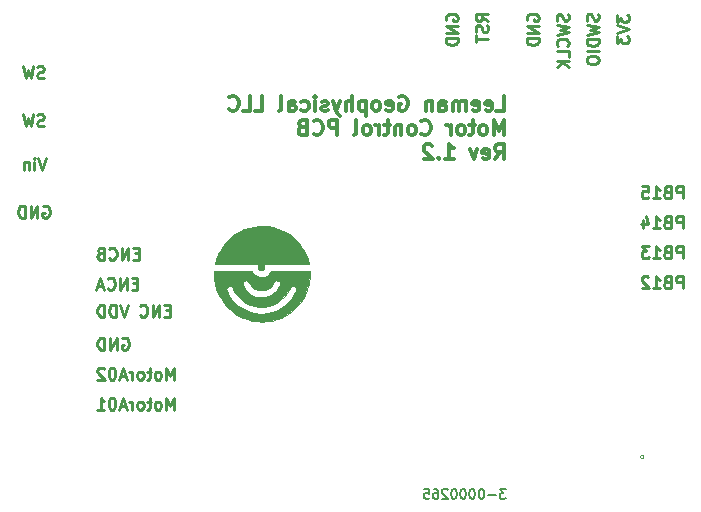
<source format=gbr>
%TF.GenerationSoftware,KiCad,Pcbnew,9.0.1*%
%TF.CreationDate,2025-05-27T12:36:52-05:00*%
%TF.ProjectId,Motor_PCB,4d6f746f-725f-4504-9342-2e6b69636164,1.2*%
%TF.SameCoordinates,Original*%
%TF.FileFunction,Legend,Bot*%
%TF.FilePolarity,Positive*%
%FSLAX46Y46*%
G04 Gerber Fmt 4.6, Leading zero omitted, Abs format (unit mm)*
G04 Created by KiCad (PCBNEW 9.0.1) date 2025-05-27 12:36:52*
%MOMM*%
%LPD*%
G01*
G04 APERTURE LIST*
%ADD10C,0.250000*%
%ADD11C,0.203200*%
%ADD12C,0.300000*%
%ADD13C,0.120000*%
%ADD14C,0.010000*%
G04 APERTURE END LIST*
D10*
X169862284Y-93159618D02*
X169862284Y-92159618D01*
X169862284Y-92159618D02*
X169481332Y-92159618D01*
X169481332Y-92159618D02*
X169386094Y-92207237D01*
X169386094Y-92207237D02*
X169338475Y-92254856D01*
X169338475Y-92254856D02*
X169290856Y-92350094D01*
X169290856Y-92350094D02*
X169290856Y-92492951D01*
X169290856Y-92492951D02*
X169338475Y-92588189D01*
X169338475Y-92588189D02*
X169386094Y-92635808D01*
X169386094Y-92635808D02*
X169481332Y-92683427D01*
X169481332Y-92683427D02*
X169862284Y-92683427D01*
X168528951Y-92635808D02*
X168386094Y-92683427D01*
X168386094Y-92683427D02*
X168338475Y-92731046D01*
X168338475Y-92731046D02*
X168290856Y-92826284D01*
X168290856Y-92826284D02*
X168290856Y-92969141D01*
X168290856Y-92969141D02*
X168338475Y-93064379D01*
X168338475Y-93064379D02*
X168386094Y-93111999D01*
X168386094Y-93111999D02*
X168481332Y-93159618D01*
X168481332Y-93159618D02*
X168862284Y-93159618D01*
X168862284Y-93159618D02*
X168862284Y-92159618D01*
X168862284Y-92159618D02*
X168528951Y-92159618D01*
X168528951Y-92159618D02*
X168433713Y-92207237D01*
X168433713Y-92207237D02*
X168386094Y-92254856D01*
X168386094Y-92254856D02*
X168338475Y-92350094D01*
X168338475Y-92350094D02*
X168338475Y-92445332D01*
X168338475Y-92445332D02*
X168386094Y-92540570D01*
X168386094Y-92540570D02*
X168433713Y-92588189D01*
X168433713Y-92588189D02*
X168528951Y-92635808D01*
X168528951Y-92635808D02*
X168862284Y-92635808D01*
X167338475Y-93159618D02*
X167909903Y-93159618D01*
X167624189Y-93159618D02*
X167624189Y-92159618D01*
X167624189Y-92159618D02*
X167719427Y-92302475D01*
X167719427Y-92302475D02*
X167814665Y-92397713D01*
X167814665Y-92397713D02*
X167909903Y-92445332D01*
X167005141Y-92159618D02*
X166386094Y-92159618D01*
X166386094Y-92159618D02*
X166719427Y-92540570D01*
X166719427Y-92540570D02*
X166576570Y-92540570D01*
X166576570Y-92540570D02*
X166481332Y-92588189D01*
X166481332Y-92588189D02*
X166433713Y-92635808D01*
X166433713Y-92635808D02*
X166386094Y-92731046D01*
X166386094Y-92731046D02*
X166386094Y-92969141D01*
X166386094Y-92969141D02*
X166433713Y-93064379D01*
X166433713Y-93064379D02*
X166481332Y-93111999D01*
X166481332Y-93111999D02*
X166576570Y-93159618D01*
X166576570Y-93159618D02*
X166862284Y-93159618D01*
X166862284Y-93159618D02*
X166957522Y-93111999D01*
X166957522Y-93111999D02*
X167005141Y-93064379D01*
X123690047Y-95302809D02*
X123356714Y-95302809D01*
X123213857Y-95826619D02*
X123690047Y-95826619D01*
X123690047Y-95826619D02*
X123690047Y-94826619D01*
X123690047Y-94826619D02*
X123213857Y-94826619D01*
X122785285Y-95826619D02*
X122785285Y-94826619D01*
X122785285Y-94826619D02*
X122213857Y-95826619D01*
X122213857Y-95826619D02*
X122213857Y-94826619D01*
X121166238Y-95731380D02*
X121213857Y-95779000D01*
X121213857Y-95779000D02*
X121356714Y-95826619D01*
X121356714Y-95826619D02*
X121451952Y-95826619D01*
X121451952Y-95826619D02*
X121594809Y-95779000D01*
X121594809Y-95779000D02*
X121690047Y-95683761D01*
X121690047Y-95683761D02*
X121737666Y-95588523D01*
X121737666Y-95588523D02*
X121785285Y-95398047D01*
X121785285Y-95398047D02*
X121785285Y-95255190D01*
X121785285Y-95255190D02*
X121737666Y-95064714D01*
X121737666Y-95064714D02*
X121690047Y-94969476D01*
X121690047Y-94969476D02*
X121594809Y-94874238D01*
X121594809Y-94874238D02*
X121451952Y-94826619D01*
X121451952Y-94826619D02*
X121356714Y-94826619D01*
X121356714Y-94826619D02*
X121213857Y-94874238D01*
X121213857Y-94874238D02*
X121166238Y-94921857D01*
X120785285Y-95540904D02*
X120309095Y-95540904D01*
X120880523Y-95826619D02*
X120547190Y-94826619D01*
X120547190Y-94826619D02*
X120213857Y-95826619D01*
X115958808Y-84666619D02*
X115625475Y-85666619D01*
X115625475Y-85666619D02*
X115292142Y-84666619D01*
X114958808Y-85666619D02*
X114958808Y-84999952D01*
X114958808Y-84666619D02*
X115006427Y-84714238D01*
X115006427Y-84714238D02*
X114958808Y-84761857D01*
X114958808Y-84761857D02*
X114911189Y-84714238D01*
X114911189Y-84714238D02*
X114958808Y-84666619D01*
X114958808Y-84666619D02*
X114958808Y-84761857D01*
X114482618Y-84999952D02*
X114482618Y-85666619D01*
X114482618Y-85095190D02*
X114434999Y-85047571D01*
X114434999Y-85047571D02*
X114339761Y-84999952D01*
X114339761Y-84999952D02*
X114196904Y-84999952D01*
X114196904Y-84999952D02*
X114101666Y-85047571D01*
X114101666Y-85047571D02*
X114054047Y-85142809D01*
X114054047Y-85142809D02*
X114054047Y-85666619D01*
X169862284Y-95699618D02*
X169862284Y-94699618D01*
X169862284Y-94699618D02*
X169481332Y-94699618D01*
X169481332Y-94699618D02*
X169386094Y-94747237D01*
X169386094Y-94747237D02*
X169338475Y-94794856D01*
X169338475Y-94794856D02*
X169290856Y-94890094D01*
X169290856Y-94890094D02*
X169290856Y-95032951D01*
X169290856Y-95032951D02*
X169338475Y-95128189D01*
X169338475Y-95128189D02*
X169386094Y-95175808D01*
X169386094Y-95175808D02*
X169481332Y-95223427D01*
X169481332Y-95223427D02*
X169862284Y-95223427D01*
X168528951Y-95175808D02*
X168386094Y-95223427D01*
X168386094Y-95223427D02*
X168338475Y-95271046D01*
X168338475Y-95271046D02*
X168290856Y-95366284D01*
X168290856Y-95366284D02*
X168290856Y-95509141D01*
X168290856Y-95509141D02*
X168338475Y-95604379D01*
X168338475Y-95604379D02*
X168386094Y-95651999D01*
X168386094Y-95651999D02*
X168481332Y-95699618D01*
X168481332Y-95699618D02*
X168862284Y-95699618D01*
X168862284Y-95699618D02*
X168862284Y-94699618D01*
X168862284Y-94699618D02*
X168528951Y-94699618D01*
X168528951Y-94699618D02*
X168433713Y-94747237D01*
X168433713Y-94747237D02*
X168386094Y-94794856D01*
X168386094Y-94794856D02*
X168338475Y-94890094D01*
X168338475Y-94890094D02*
X168338475Y-94985332D01*
X168338475Y-94985332D02*
X168386094Y-95080570D01*
X168386094Y-95080570D02*
X168433713Y-95128189D01*
X168433713Y-95128189D02*
X168528951Y-95175808D01*
X168528951Y-95175808D02*
X168862284Y-95175808D01*
X167338475Y-95699618D02*
X167909903Y-95699618D01*
X167624189Y-95699618D02*
X167624189Y-94699618D01*
X167624189Y-94699618D02*
X167719427Y-94842475D01*
X167719427Y-94842475D02*
X167814665Y-94937713D01*
X167814665Y-94937713D02*
X167909903Y-94985332D01*
X166957522Y-94794856D02*
X166909903Y-94747237D01*
X166909903Y-94747237D02*
X166814665Y-94699618D01*
X166814665Y-94699618D02*
X166576570Y-94699618D01*
X166576570Y-94699618D02*
X166481332Y-94747237D01*
X166481332Y-94747237D02*
X166433713Y-94794856D01*
X166433713Y-94794856D02*
X166386094Y-94890094D01*
X166386094Y-94890094D02*
X166386094Y-94985332D01*
X166386094Y-94985332D02*
X166433713Y-95128189D01*
X166433713Y-95128189D02*
X167005141Y-95699618D01*
X167005141Y-95699618D02*
X166386094Y-95699618D01*
X160157999Y-72490295D02*
X160205618Y-72633152D01*
X160205618Y-72633152D02*
X160205618Y-72871247D01*
X160205618Y-72871247D02*
X160157999Y-72966485D01*
X160157999Y-72966485D02*
X160110379Y-73014104D01*
X160110379Y-73014104D02*
X160015141Y-73061723D01*
X160015141Y-73061723D02*
X159919903Y-73061723D01*
X159919903Y-73061723D02*
X159824665Y-73014104D01*
X159824665Y-73014104D02*
X159777046Y-72966485D01*
X159777046Y-72966485D02*
X159729427Y-72871247D01*
X159729427Y-72871247D02*
X159681808Y-72680771D01*
X159681808Y-72680771D02*
X159634189Y-72585533D01*
X159634189Y-72585533D02*
X159586570Y-72537914D01*
X159586570Y-72537914D02*
X159491332Y-72490295D01*
X159491332Y-72490295D02*
X159396094Y-72490295D01*
X159396094Y-72490295D02*
X159300856Y-72537914D01*
X159300856Y-72537914D02*
X159253237Y-72585533D01*
X159253237Y-72585533D02*
X159205618Y-72680771D01*
X159205618Y-72680771D02*
X159205618Y-72918866D01*
X159205618Y-72918866D02*
X159253237Y-73061723D01*
X159205618Y-73395057D02*
X160205618Y-73633152D01*
X160205618Y-73633152D02*
X159491332Y-73823628D01*
X159491332Y-73823628D02*
X160205618Y-74014104D01*
X160205618Y-74014104D02*
X159205618Y-74252200D01*
X160110379Y-75204580D02*
X160157999Y-75156961D01*
X160157999Y-75156961D02*
X160205618Y-75014104D01*
X160205618Y-75014104D02*
X160205618Y-74918866D01*
X160205618Y-74918866D02*
X160157999Y-74776009D01*
X160157999Y-74776009D02*
X160062760Y-74680771D01*
X160062760Y-74680771D02*
X159967522Y-74633152D01*
X159967522Y-74633152D02*
X159777046Y-74585533D01*
X159777046Y-74585533D02*
X159634189Y-74585533D01*
X159634189Y-74585533D02*
X159443713Y-74633152D01*
X159443713Y-74633152D02*
X159348475Y-74680771D01*
X159348475Y-74680771D02*
X159253237Y-74776009D01*
X159253237Y-74776009D02*
X159205618Y-74918866D01*
X159205618Y-74918866D02*
X159205618Y-75014104D01*
X159205618Y-75014104D02*
X159253237Y-75156961D01*
X159253237Y-75156961D02*
X159300856Y-75204580D01*
X160205618Y-76109342D02*
X160205618Y-75633152D01*
X160205618Y-75633152D02*
X159205618Y-75633152D01*
X160205618Y-76442676D02*
X159205618Y-76442676D01*
X160205618Y-77014104D02*
X159634189Y-76585533D01*
X159205618Y-77014104D02*
X159777046Y-76442676D01*
X169862284Y-90619618D02*
X169862284Y-89619618D01*
X169862284Y-89619618D02*
X169481332Y-89619618D01*
X169481332Y-89619618D02*
X169386094Y-89667237D01*
X169386094Y-89667237D02*
X169338475Y-89714856D01*
X169338475Y-89714856D02*
X169290856Y-89810094D01*
X169290856Y-89810094D02*
X169290856Y-89952951D01*
X169290856Y-89952951D02*
X169338475Y-90048189D01*
X169338475Y-90048189D02*
X169386094Y-90095808D01*
X169386094Y-90095808D02*
X169481332Y-90143427D01*
X169481332Y-90143427D02*
X169862284Y-90143427D01*
X168528951Y-90095808D02*
X168386094Y-90143427D01*
X168386094Y-90143427D02*
X168338475Y-90191046D01*
X168338475Y-90191046D02*
X168290856Y-90286284D01*
X168290856Y-90286284D02*
X168290856Y-90429141D01*
X168290856Y-90429141D02*
X168338475Y-90524379D01*
X168338475Y-90524379D02*
X168386094Y-90571999D01*
X168386094Y-90571999D02*
X168481332Y-90619618D01*
X168481332Y-90619618D02*
X168862284Y-90619618D01*
X168862284Y-90619618D02*
X168862284Y-89619618D01*
X168862284Y-89619618D02*
X168528951Y-89619618D01*
X168528951Y-89619618D02*
X168433713Y-89667237D01*
X168433713Y-89667237D02*
X168386094Y-89714856D01*
X168386094Y-89714856D02*
X168338475Y-89810094D01*
X168338475Y-89810094D02*
X168338475Y-89905332D01*
X168338475Y-89905332D02*
X168386094Y-90000570D01*
X168386094Y-90000570D02*
X168433713Y-90048189D01*
X168433713Y-90048189D02*
X168528951Y-90095808D01*
X168528951Y-90095808D02*
X168862284Y-90095808D01*
X167338475Y-90619618D02*
X167909903Y-90619618D01*
X167624189Y-90619618D02*
X167624189Y-89619618D01*
X167624189Y-89619618D02*
X167719427Y-89762475D01*
X167719427Y-89762475D02*
X167814665Y-89857713D01*
X167814665Y-89857713D02*
X167909903Y-89905332D01*
X166481332Y-89952951D02*
X166481332Y-90619618D01*
X166719427Y-89571999D02*
X166957522Y-90286284D01*
X166957522Y-90286284D02*
X166338475Y-90286284D01*
X164285618Y-72548905D02*
X164285618Y-73167952D01*
X164285618Y-73167952D02*
X164666570Y-72834619D01*
X164666570Y-72834619D02*
X164666570Y-72977476D01*
X164666570Y-72977476D02*
X164714189Y-73072714D01*
X164714189Y-73072714D02*
X164761808Y-73120333D01*
X164761808Y-73120333D02*
X164857046Y-73167952D01*
X164857046Y-73167952D02*
X165095141Y-73167952D01*
X165095141Y-73167952D02*
X165190379Y-73120333D01*
X165190379Y-73120333D02*
X165237999Y-73072714D01*
X165237999Y-73072714D02*
X165285618Y-72977476D01*
X165285618Y-72977476D02*
X165285618Y-72691762D01*
X165285618Y-72691762D02*
X165237999Y-72596524D01*
X165237999Y-72596524D02*
X165190379Y-72548905D01*
X164285618Y-73453667D02*
X165285618Y-73787000D01*
X165285618Y-73787000D02*
X164285618Y-74120333D01*
X164285618Y-74358429D02*
X164285618Y-74977476D01*
X164285618Y-74977476D02*
X164666570Y-74644143D01*
X164666570Y-74644143D02*
X164666570Y-74787000D01*
X164666570Y-74787000D02*
X164714189Y-74882238D01*
X164714189Y-74882238D02*
X164761808Y-74929857D01*
X164761808Y-74929857D02*
X164857046Y-74977476D01*
X164857046Y-74977476D02*
X165095141Y-74977476D01*
X165095141Y-74977476D02*
X165190379Y-74929857D01*
X165190379Y-74929857D02*
X165237999Y-74882238D01*
X165237999Y-74882238D02*
X165285618Y-74787000D01*
X165285618Y-74787000D02*
X165285618Y-74501286D01*
X165285618Y-74501286D02*
X165237999Y-74406048D01*
X165237999Y-74406048D02*
X165190379Y-74358429D01*
X115696904Y-88778238D02*
X115792142Y-88730619D01*
X115792142Y-88730619D02*
X115934999Y-88730619D01*
X115934999Y-88730619D02*
X116077856Y-88778238D01*
X116077856Y-88778238D02*
X116173094Y-88873476D01*
X116173094Y-88873476D02*
X116220713Y-88968714D01*
X116220713Y-88968714D02*
X116268332Y-89159190D01*
X116268332Y-89159190D02*
X116268332Y-89302047D01*
X116268332Y-89302047D02*
X116220713Y-89492523D01*
X116220713Y-89492523D02*
X116173094Y-89587761D01*
X116173094Y-89587761D02*
X116077856Y-89683000D01*
X116077856Y-89683000D02*
X115934999Y-89730619D01*
X115934999Y-89730619D02*
X115839761Y-89730619D01*
X115839761Y-89730619D02*
X115696904Y-89683000D01*
X115696904Y-89683000D02*
X115649285Y-89635380D01*
X115649285Y-89635380D02*
X115649285Y-89302047D01*
X115649285Y-89302047D02*
X115839761Y-89302047D01*
X115220713Y-89730619D02*
X115220713Y-88730619D01*
X115220713Y-88730619D02*
X114649285Y-89730619D01*
X114649285Y-89730619D02*
X114649285Y-88730619D01*
X114173094Y-89730619D02*
X114173094Y-88730619D01*
X114173094Y-88730619D02*
X113934999Y-88730619D01*
X113934999Y-88730619D02*
X113792142Y-88778238D01*
X113792142Y-88778238D02*
X113696904Y-88873476D01*
X113696904Y-88873476D02*
X113649285Y-88968714D01*
X113649285Y-88968714D02*
X113601666Y-89159190D01*
X113601666Y-89159190D02*
X113601666Y-89302047D01*
X113601666Y-89302047D02*
X113649285Y-89492523D01*
X113649285Y-89492523D02*
X113696904Y-89587761D01*
X113696904Y-89587761D02*
X113792142Y-89683000D01*
X113792142Y-89683000D02*
X113934999Y-89730619D01*
X113934999Y-89730619D02*
X114173094Y-89730619D01*
X115792142Y-81936000D02*
X115649285Y-81983619D01*
X115649285Y-81983619D02*
X115411190Y-81983619D01*
X115411190Y-81983619D02*
X115315952Y-81936000D01*
X115315952Y-81936000D02*
X115268333Y-81888380D01*
X115268333Y-81888380D02*
X115220714Y-81793142D01*
X115220714Y-81793142D02*
X115220714Y-81697904D01*
X115220714Y-81697904D02*
X115268333Y-81602666D01*
X115268333Y-81602666D02*
X115315952Y-81555047D01*
X115315952Y-81555047D02*
X115411190Y-81507428D01*
X115411190Y-81507428D02*
X115601666Y-81459809D01*
X115601666Y-81459809D02*
X115696904Y-81412190D01*
X115696904Y-81412190D02*
X115744523Y-81364571D01*
X115744523Y-81364571D02*
X115792142Y-81269333D01*
X115792142Y-81269333D02*
X115792142Y-81174095D01*
X115792142Y-81174095D02*
X115744523Y-81078857D01*
X115744523Y-81078857D02*
X115696904Y-81031238D01*
X115696904Y-81031238D02*
X115601666Y-80983619D01*
X115601666Y-80983619D02*
X115363571Y-80983619D01*
X115363571Y-80983619D02*
X115220714Y-81031238D01*
X114887380Y-80983619D02*
X114649285Y-81983619D01*
X114649285Y-81983619D02*
X114458809Y-81269333D01*
X114458809Y-81269333D02*
X114268333Y-81983619D01*
X114268333Y-81983619D02*
X114030238Y-80983619D01*
X126785285Y-103446619D02*
X126785285Y-102446619D01*
X126785285Y-102446619D02*
X126451952Y-103160904D01*
X126451952Y-103160904D02*
X126118619Y-102446619D01*
X126118619Y-102446619D02*
X126118619Y-103446619D01*
X125499571Y-103446619D02*
X125594809Y-103399000D01*
X125594809Y-103399000D02*
X125642428Y-103351380D01*
X125642428Y-103351380D02*
X125690047Y-103256142D01*
X125690047Y-103256142D02*
X125690047Y-102970428D01*
X125690047Y-102970428D02*
X125642428Y-102875190D01*
X125642428Y-102875190D02*
X125594809Y-102827571D01*
X125594809Y-102827571D02*
X125499571Y-102779952D01*
X125499571Y-102779952D02*
X125356714Y-102779952D01*
X125356714Y-102779952D02*
X125261476Y-102827571D01*
X125261476Y-102827571D02*
X125213857Y-102875190D01*
X125213857Y-102875190D02*
X125166238Y-102970428D01*
X125166238Y-102970428D02*
X125166238Y-103256142D01*
X125166238Y-103256142D02*
X125213857Y-103351380D01*
X125213857Y-103351380D02*
X125261476Y-103399000D01*
X125261476Y-103399000D02*
X125356714Y-103446619D01*
X125356714Y-103446619D02*
X125499571Y-103446619D01*
X124880523Y-102779952D02*
X124499571Y-102779952D01*
X124737666Y-102446619D02*
X124737666Y-103303761D01*
X124737666Y-103303761D02*
X124690047Y-103399000D01*
X124690047Y-103399000D02*
X124594809Y-103446619D01*
X124594809Y-103446619D02*
X124499571Y-103446619D01*
X124023380Y-103446619D02*
X124118618Y-103399000D01*
X124118618Y-103399000D02*
X124166237Y-103351380D01*
X124166237Y-103351380D02*
X124213856Y-103256142D01*
X124213856Y-103256142D02*
X124213856Y-102970428D01*
X124213856Y-102970428D02*
X124166237Y-102875190D01*
X124166237Y-102875190D02*
X124118618Y-102827571D01*
X124118618Y-102827571D02*
X124023380Y-102779952D01*
X124023380Y-102779952D02*
X123880523Y-102779952D01*
X123880523Y-102779952D02*
X123785285Y-102827571D01*
X123785285Y-102827571D02*
X123737666Y-102875190D01*
X123737666Y-102875190D02*
X123690047Y-102970428D01*
X123690047Y-102970428D02*
X123690047Y-103256142D01*
X123690047Y-103256142D02*
X123737666Y-103351380D01*
X123737666Y-103351380D02*
X123785285Y-103399000D01*
X123785285Y-103399000D02*
X123880523Y-103446619D01*
X123880523Y-103446619D02*
X124023380Y-103446619D01*
X123261475Y-103446619D02*
X123261475Y-102779952D01*
X123261475Y-102970428D02*
X123213856Y-102875190D01*
X123213856Y-102875190D02*
X123166237Y-102827571D01*
X123166237Y-102827571D02*
X123070999Y-102779952D01*
X123070999Y-102779952D02*
X122975761Y-102779952D01*
X122690046Y-103160904D02*
X122213856Y-103160904D01*
X122785284Y-103446619D02*
X122451951Y-102446619D01*
X122451951Y-102446619D02*
X122118618Y-103446619D01*
X121594808Y-102446619D02*
X121499570Y-102446619D01*
X121499570Y-102446619D02*
X121404332Y-102494238D01*
X121404332Y-102494238D02*
X121356713Y-102541857D01*
X121356713Y-102541857D02*
X121309094Y-102637095D01*
X121309094Y-102637095D02*
X121261475Y-102827571D01*
X121261475Y-102827571D02*
X121261475Y-103065666D01*
X121261475Y-103065666D02*
X121309094Y-103256142D01*
X121309094Y-103256142D02*
X121356713Y-103351380D01*
X121356713Y-103351380D02*
X121404332Y-103399000D01*
X121404332Y-103399000D02*
X121499570Y-103446619D01*
X121499570Y-103446619D02*
X121594808Y-103446619D01*
X121594808Y-103446619D02*
X121690046Y-103399000D01*
X121690046Y-103399000D02*
X121737665Y-103351380D01*
X121737665Y-103351380D02*
X121785284Y-103256142D01*
X121785284Y-103256142D02*
X121832903Y-103065666D01*
X121832903Y-103065666D02*
X121832903Y-102827571D01*
X121832903Y-102827571D02*
X121785284Y-102637095D01*
X121785284Y-102637095D02*
X121737665Y-102541857D01*
X121737665Y-102541857D02*
X121690046Y-102494238D01*
X121690046Y-102494238D02*
X121594808Y-102446619D01*
X120880522Y-102541857D02*
X120832903Y-102494238D01*
X120832903Y-102494238D02*
X120737665Y-102446619D01*
X120737665Y-102446619D02*
X120499570Y-102446619D01*
X120499570Y-102446619D02*
X120404332Y-102494238D01*
X120404332Y-102494238D02*
X120356713Y-102541857D01*
X120356713Y-102541857D02*
X120309094Y-102637095D01*
X120309094Y-102637095D02*
X120309094Y-102732333D01*
X120309094Y-102732333D02*
X120356713Y-102875190D01*
X120356713Y-102875190D02*
X120928141Y-103446619D01*
X120928141Y-103446619D02*
X120309094Y-103446619D01*
X162697999Y-72480753D02*
X162745618Y-72623610D01*
X162745618Y-72623610D02*
X162745618Y-72861705D01*
X162745618Y-72861705D02*
X162697999Y-72956943D01*
X162697999Y-72956943D02*
X162650379Y-73004562D01*
X162650379Y-73004562D02*
X162555141Y-73052181D01*
X162555141Y-73052181D02*
X162459903Y-73052181D01*
X162459903Y-73052181D02*
X162364665Y-73004562D01*
X162364665Y-73004562D02*
X162317046Y-72956943D01*
X162317046Y-72956943D02*
X162269427Y-72861705D01*
X162269427Y-72861705D02*
X162221808Y-72671229D01*
X162221808Y-72671229D02*
X162174189Y-72575991D01*
X162174189Y-72575991D02*
X162126570Y-72528372D01*
X162126570Y-72528372D02*
X162031332Y-72480753D01*
X162031332Y-72480753D02*
X161936094Y-72480753D01*
X161936094Y-72480753D02*
X161840856Y-72528372D01*
X161840856Y-72528372D02*
X161793237Y-72575991D01*
X161793237Y-72575991D02*
X161745618Y-72671229D01*
X161745618Y-72671229D02*
X161745618Y-72909324D01*
X161745618Y-72909324D02*
X161793237Y-73052181D01*
X161745618Y-73385515D02*
X162745618Y-73623610D01*
X162745618Y-73623610D02*
X162031332Y-73814086D01*
X162031332Y-73814086D02*
X162745618Y-74004562D01*
X162745618Y-74004562D02*
X161745618Y-74242658D01*
X162745618Y-74623610D02*
X161745618Y-74623610D01*
X161745618Y-74623610D02*
X161745618Y-74861705D01*
X161745618Y-74861705D02*
X161793237Y-75004562D01*
X161793237Y-75004562D02*
X161888475Y-75099800D01*
X161888475Y-75099800D02*
X161983713Y-75147419D01*
X161983713Y-75147419D02*
X162174189Y-75195038D01*
X162174189Y-75195038D02*
X162317046Y-75195038D01*
X162317046Y-75195038D02*
X162507522Y-75147419D01*
X162507522Y-75147419D02*
X162602760Y-75099800D01*
X162602760Y-75099800D02*
X162697999Y-75004562D01*
X162697999Y-75004562D02*
X162745618Y-74861705D01*
X162745618Y-74861705D02*
X162745618Y-74623610D01*
X162745618Y-75623610D02*
X161745618Y-75623610D01*
X161745618Y-76290276D02*
X161745618Y-76480752D01*
X161745618Y-76480752D02*
X161793237Y-76575990D01*
X161793237Y-76575990D02*
X161888475Y-76671228D01*
X161888475Y-76671228D02*
X162078951Y-76718847D01*
X162078951Y-76718847D02*
X162412284Y-76718847D01*
X162412284Y-76718847D02*
X162602760Y-76671228D01*
X162602760Y-76671228D02*
X162697999Y-76575990D01*
X162697999Y-76575990D02*
X162745618Y-76480752D01*
X162745618Y-76480752D02*
X162745618Y-76290276D01*
X162745618Y-76290276D02*
X162697999Y-76195038D01*
X162697999Y-76195038D02*
X162602760Y-76099800D01*
X162602760Y-76099800D02*
X162412284Y-76052181D01*
X162412284Y-76052181D02*
X162078951Y-76052181D01*
X162078951Y-76052181D02*
X161888475Y-76099800D01*
X161888475Y-76099800D02*
X161793237Y-76195038D01*
X161793237Y-76195038D02*
X161745618Y-76290276D01*
X126451951Y-97588809D02*
X126118618Y-97588809D01*
X125975761Y-98112619D02*
X126451951Y-98112619D01*
X126451951Y-98112619D02*
X126451951Y-97112619D01*
X126451951Y-97112619D02*
X125975761Y-97112619D01*
X125547189Y-98112619D02*
X125547189Y-97112619D01*
X125547189Y-97112619D02*
X124975761Y-98112619D01*
X124975761Y-98112619D02*
X124975761Y-97112619D01*
X123928142Y-98017380D02*
X123975761Y-98065000D01*
X123975761Y-98065000D02*
X124118618Y-98112619D01*
X124118618Y-98112619D02*
X124213856Y-98112619D01*
X124213856Y-98112619D02*
X124356713Y-98065000D01*
X124356713Y-98065000D02*
X124451951Y-97969761D01*
X124451951Y-97969761D02*
X124499570Y-97874523D01*
X124499570Y-97874523D02*
X124547189Y-97684047D01*
X124547189Y-97684047D02*
X124547189Y-97541190D01*
X124547189Y-97541190D02*
X124499570Y-97350714D01*
X124499570Y-97350714D02*
X124451951Y-97255476D01*
X124451951Y-97255476D02*
X124356713Y-97160238D01*
X124356713Y-97160238D02*
X124213856Y-97112619D01*
X124213856Y-97112619D02*
X124118618Y-97112619D01*
X124118618Y-97112619D02*
X123975761Y-97160238D01*
X123975761Y-97160238D02*
X123928142Y-97207857D01*
X122880522Y-97112619D02*
X122547189Y-98112619D01*
X122547189Y-98112619D02*
X122213856Y-97112619D01*
X121880522Y-98112619D02*
X121880522Y-97112619D01*
X121880522Y-97112619D02*
X121642427Y-97112619D01*
X121642427Y-97112619D02*
X121499570Y-97160238D01*
X121499570Y-97160238D02*
X121404332Y-97255476D01*
X121404332Y-97255476D02*
X121356713Y-97350714D01*
X121356713Y-97350714D02*
X121309094Y-97541190D01*
X121309094Y-97541190D02*
X121309094Y-97684047D01*
X121309094Y-97684047D02*
X121356713Y-97874523D01*
X121356713Y-97874523D02*
X121404332Y-97969761D01*
X121404332Y-97969761D02*
X121499570Y-98065000D01*
X121499570Y-98065000D02*
X121642427Y-98112619D01*
X121642427Y-98112619D02*
X121880522Y-98112619D01*
X120880522Y-98112619D02*
X120880522Y-97112619D01*
X120880522Y-97112619D02*
X120642427Y-97112619D01*
X120642427Y-97112619D02*
X120499570Y-97160238D01*
X120499570Y-97160238D02*
X120404332Y-97255476D01*
X120404332Y-97255476D02*
X120356713Y-97350714D01*
X120356713Y-97350714D02*
X120309094Y-97541190D01*
X120309094Y-97541190D02*
X120309094Y-97684047D01*
X120309094Y-97684047D02*
X120356713Y-97874523D01*
X120356713Y-97874523D02*
X120404332Y-97969761D01*
X120404332Y-97969761D02*
X120499570Y-98065000D01*
X120499570Y-98065000D02*
X120642427Y-98112619D01*
X120642427Y-98112619D02*
X120880522Y-98112619D01*
X149865237Y-73025095D02*
X149817618Y-72929857D01*
X149817618Y-72929857D02*
X149817618Y-72787000D01*
X149817618Y-72787000D02*
X149865237Y-72644143D01*
X149865237Y-72644143D02*
X149960475Y-72548905D01*
X149960475Y-72548905D02*
X150055713Y-72501286D01*
X150055713Y-72501286D02*
X150246189Y-72453667D01*
X150246189Y-72453667D02*
X150389046Y-72453667D01*
X150389046Y-72453667D02*
X150579522Y-72501286D01*
X150579522Y-72501286D02*
X150674760Y-72548905D01*
X150674760Y-72548905D02*
X150769999Y-72644143D01*
X150769999Y-72644143D02*
X150817618Y-72787000D01*
X150817618Y-72787000D02*
X150817618Y-72882238D01*
X150817618Y-72882238D02*
X150769999Y-73025095D01*
X150769999Y-73025095D02*
X150722379Y-73072714D01*
X150722379Y-73072714D02*
X150389046Y-73072714D01*
X150389046Y-73072714D02*
X150389046Y-72882238D01*
X150817618Y-73501286D02*
X149817618Y-73501286D01*
X149817618Y-73501286D02*
X150817618Y-74072714D01*
X150817618Y-74072714D02*
X149817618Y-74072714D01*
X150817618Y-74548905D02*
X149817618Y-74548905D01*
X149817618Y-74548905D02*
X149817618Y-74787000D01*
X149817618Y-74787000D02*
X149865237Y-74929857D01*
X149865237Y-74929857D02*
X149960475Y-75025095D01*
X149960475Y-75025095D02*
X150055713Y-75072714D01*
X150055713Y-75072714D02*
X150246189Y-75120333D01*
X150246189Y-75120333D02*
X150389046Y-75120333D01*
X150389046Y-75120333D02*
X150579522Y-75072714D01*
X150579522Y-75072714D02*
X150674760Y-75025095D01*
X150674760Y-75025095D02*
X150769999Y-74929857D01*
X150769999Y-74929857D02*
X150817618Y-74787000D01*
X150817618Y-74787000D02*
X150817618Y-74548905D01*
D11*
X154867426Y-112709649D02*
X154364264Y-112709649D01*
X154364264Y-112709649D02*
X154635198Y-113019287D01*
X154635198Y-113019287D02*
X154519083Y-113019287D01*
X154519083Y-113019287D02*
X154441674Y-113057992D01*
X154441674Y-113057992D02*
X154402969Y-113096697D01*
X154402969Y-113096697D02*
X154364264Y-113174106D01*
X154364264Y-113174106D02*
X154364264Y-113367630D01*
X154364264Y-113367630D02*
X154402969Y-113445040D01*
X154402969Y-113445040D02*
X154441674Y-113483745D01*
X154441674Y-113483745D02*
X154519083Y-113522449D01*
X154519083Y-113522449D02*
X154751312Y-113522449D01*
X154751312Y-113522449D02*
X154828721Y-113483745D01*
X154828721Y-113483745D02*
X154867426Y-113445040D01*
X154015922Y-113212811D02*
X153396646Y-113212811D01*
X152854779Y-112709649D02*
X152777369Y-112709649D01*
X152777369Y-112709649D02*
X152699960Y-112748354D01*
X152699960Y-112748354D02*
X152661255Y-112787059D01*
X152661255Y-112787059D02*
X152622550Y-112864468D01*
X152622550Y-112864468D02*
X152583845Y-113019287D01*
X152583845Y-113019287D02*
X152583845Y-113212811D01*
X152583845Y-113212811D02*
X152622550Y-113367630D01*
X152622550Y-113367630D02*
X152661255Y-113445040D01*
X152661255Y-113445040D02*
X152699960Y-113483745D01*
X152699960Y-113483745D02*
X152777369Y-113522449D01*
X152777369Y-113522449D02*
X152854779Y-113522449D01*
X152854779Y-113522449D02*
X152932188Y-113483745D01*
X152932188Y-113483745D02*
X152970893Y-113445040D01*
X152970893Y-113445040D02*
X153009598Y-113367630D01*
X153009598Y-113367630D02*
X153048302Y-113212811D01*
X153048302Y-113212811D02*
X153048302Y-113019287D01*
X153048302Y-113019287D02*
X153009598Y-112864468D01*
X153009598Y-112864468D02*
X152970893Y-112787059D01*
X152970893Y-112787059D02*
X152932188Y-112748354D01*
X152932188Y-112748354D02*
X152854779Y-112709649D01*
X152080684Y-112709649D02*
X152003274Y-112709649D01*
X152003274Y-112709649D02*
X151925865Y-112748354D01*
X151925865Y-112748354D02*
X151887160Y-112787059D01*
X151887160Y-112787059D02*
X151848455Y-112864468D01*
X151848455Y-112864468D02*
X151809750Y-113019287D01*
X151809750Y-113019287D02*
X151809750Y-113212811D01*
X151809750Y-113212811D02*
X151848455Y-113367630D01*
X151848455Y-113367630D02*
X151887160Y-113445040D01*
X151887160Y-113445040D02*
X151925865Y-113483745D01*
X151925865Y-113483745D02*
X152003274Y-113522449D01*
X152003274Y-113522449D02*
X152080684Y-113522449D01*
X152080684Y-113522449D02*
X152158093Y-113483745D01*
X152158093Y-113483745D02*
X152196798Y-113445040D01*
X152196798Y-113445040D02*
X152235503Y-113367630D01*
X152235503Y-113367630D02*
X152274207Y-113212811D01*
X152274207Y-113212811D02*
X152274207Y-113019287D01*
X152274207Y-113019287D02*
X152235503Y-112864468D01*
X152235503Y-112864468D02*
X152196798Y-112787059D01*
X152196798Y-112787059D02*
X152158093Y-112748354D01*
X152158093Y-112748354D02*
X152080684Y-112709649D01*
X151306589Y-112709649D02*
X151229179Y-112709649D01*
X151229179Y-112709649D02*
X151151770Y-112748354D01*
X151151770Y-112748354D02*
X151113065Y-112787059D01*
X151113065Y-112787059D02*
X151074360Y-112864468D01*
X151074360Y-112864468D02*
X151035655Y-113019287D01*
X151035655Y-113019287D02*
X151035655Y-113212811D01*
X151035655Y-113212811D02*
X151074360Y-113367630D01*
X151074360Y-113367630D02*
X151113065Y-113445040D01*
X151113065Y-113445040D02*
X151151770Y-113483745D01*
X151151770Y-113483745D02*
X151229179Y-113522449D01*
X151229179Y-113522449D02*
X151306589Y-113522449D01*
X151306589Y-113522449D02*
X151383998Y-113483745D01*
X151383998Y-113483745D02*
X151422703Y-113445040D01*
X151422703Y-113445040D02*
X151461408Y-113367630D01*
X151461408Y-113367630D02*
X151500112Y-113212811D01*
X151500112Y-113212811D02*
X151500112Y-113019287D01*
X151500112Y-113019287D02*
X151461408Y-112864468D01*
X151461408Y-112864468D02*
X151422703Y-112787059D01*
X151422703Y-112787059D02*
X151383998Y-112748354D01*
X151383998Y-112748354D02*
X151306589Y-112709649D01*
X150532494Y-112709649D02*
X150455084Y-112709649D01*
X150455084Y-112709649D02*
X150377675Y-112748354D01*
X150377675Y-112748354D02*
X150338970Y-112787059D01*
X150338970Y-112787059D02*
X150300265Y-112864468D01*
X150300265Y-112864468D02*
X150261560Y-113019287D01*
X150261560Y-113019287D02*
X150261560Y-113212811D01*
X150261560Y-113212811D02*
X150300265Y-113367630D01*
X150300265Y-113367630D02*
X150338970Y-113445040D01*
X150338970Y-113445040D02*
X150377675Y-113483745D01*
X150377675Y-113483745D02*
X150455084Y-113522449D01*
X150455084Y-113522449D02*
X150532494Y-113522449D01*
X150532494Y-113522449D02*
X150609903Y-113483745D01*
X150609903Y-113483745D02*
X150648608Y-113445040D01*
X150648608Y-113445040D02*
X150687313Y-113367630D01*
X150687313Y-113367630D02*
X150726017Y-113212811D01*
X150726017Y-113212811D02*
X150726017Y-113019287D01*
X150726017Y-113019287D02*
X150687313Y-112864468D01*
X150687313Y-112864468D02*
X150648608Y-112787059D01*
X150648608Y-112787059D02*
X150609903Y-112748354D01*
X150609903Y-112748354D02*
X150532494Y-112709649D01*
X149951922Y-112787059D02*
X149913218Y-112748354D01*
X149913218Y-112748354D02*
X149835808Y-112709649D01*
X149835808Y-112709649D02*
X149642284Y-112709649D01*
X149642284Y-112709649D02*
X149564875Y-112748354D01*
X149564875Y-112748354D02*
X149526170Y-112787059D01*
X149526170Y-112787059D02*
X149487465Y-112864468D01*
X149487465Y-112864468D02*
X149487465Y-112941878D01*
X149487465Y-112941878D02*
X149526170Y-113057992D01*
X149526170Y-113057992D02*
X149990627Y-113522449D01*
X149990627Y-113522449D02*
X149487465Y-113522449D01*
X148790780Y-112709649D02*
X148945599Y-112709649D01*
X148945599Y-112709649D02*
X149023008Y-112748354D01*
X149023008Y-112748354D02*
X149061713Y-112787059D01*
X149061713Y-112787059D02*
X149139123Y-112903173D01*
X149139123Y-112903173D02*
X149177827Y-113057992D01*
X149177827Y-113057992D02*
X149177827Y-113367630D01*
X149177827Y-113367630D02*
X149139123Y-113445040D01*
X149139123Y-113445040D02*
X149100418Y-113483745D01*
X149100418Y-113483745D02*
X149023008Y-113522449D01*
X149023008Y-113522449D02*
X148868189Y-113522449D01*
X148868189Y-113522449D02*
X148790780Y-113483745D01*
X148790780Y-113483745D02*
X148752075Y-113445040D01*
X148752075Y-113445040D02*
X148713370Y-113367630D01*
X148713370Y-113367630D02*
X148713370Y-113174106D01*
X148713370Y-113174106D02*
X148752075Y-113096697D01*
X148752075Y-113096697D02*
X148790780Y-113057992D01*
X148790780Y-113057992D02*
X148868189Y-113019287D01*
X148868189Y-113019287D02*
X149023008Y-113019287D01*
X149023008Y-113019287D02*
X149100418Y-113057992D01*
X149100418Y-113057992D02*
X149139123Y-113096697D01*
X149139123Y-113096697D02*
X149177827Y-113174106D01*
X147977980Y-112709649D02*
X148365028Y-112709649D01*
X148365028Y-112709649D02*
X148403732Y-113096697D01*
X148403732Y-113096697D02*
X148365028Y-113057992D01*
X148365028Y-113057992D02*
X148287618Y-113019287D01*
X148287618Y-113019287D02*
X148094094Y-113019287D01*
X148094094Y-113019287D02*
X148016685Y-113057992D01*
X148016685Y-113057992D02*
X147977980Y-113096697D01*
X147977980Y-113096697D02*
X147939275Y-113174106D01*
X147939275Y-113174106D02*
X147939275Y-113367630D01*
X147939275Y-113367630D02*
X147977980Y-113445040D01*
X147977980Y-113445040D02*
X148016685Y-113483745D01*
X148016685Y-113483745D02*
X148094094Y-113522449D01*
X148094094Y-113522449D02*
X148287618Y-113522449D01*
X148287618Y-113522449D02*
X148365028Y-113483745D01*
X148365028Y-113483745D02*
X148403732Y-113445040D01*
D12*
X154089488Y-80696297D02*
X154694250Y-80696297D01*
X154694250Y-80696297D02*
X154694250Y-79426297D01*
X153182345Y-80635821D02*
X153303297Y-80696297D01*
X153303297Y-80696297D02*
X153545202Y-80696297D01*
X153545202Y-80696297D02*
X153666155Y-80635821D01*
X153666155Y-80635821D02*
X153726631Y-80514868D01*
X153726631Y-80514868D02*
X153726631Y-80031059D01*
X153726631Y-80031059D02*
X153666155Y-79910106D01*
X153666155Y-79910106D02*
X153545202Y-79849630D01*
X153545202Y-79849630D02*
X153303297Y-79849630D01*
X153303297Y-79849630D02*
X153182345Y-79910106D01*
X153182345Y-79910106D02*
X153121869Y-80031059D01*
X153121869Y-80031059D02*
X153121869Y-80152011D01*
X153121869Y-80152011D02*
X153726631Y-80272963D01*
X152093774Y-80635821D02*
X152214726Y-80696297D01*
X152214726Y-80696297D02*
X152456631Y-80696297D01*
X152456631Y-80696297D02*
X152577584Y-80635821D01*
X152577584Y-80635821D02*
X152638060Y-80514868D01*
X152638060Y-80514868D02*
X152638060Y-80031059D01*
X152638060Y-80031059D02*
X152577584Y-79910106D01*
X152577584Y-79910106D02*
X152456631Y-79849630D01*
X152456631Y-79849630D02*
X152214726Y-79849630D01*
X152214726Y-79849630D02*
X152093774Y-79910106D01*
X152093774Y-79910106D02*
X152033298Y-80031059D01*
X152033298Y-80031059D02*
X152033298Y-80152011D01*
X152033298Y-80152011D02*
X152638060Y-80272963D01*
X151489013Y-80696297D02*
X151489013Y-79849630D01*
X151489013Y-79970582D02*
X151428536Y-79910106D01*
X151428536Y-79910106D02*
X151307584Y-79849630D01*
X151307584Y-79849630D02*
X151126155Y-79849630D01*
X151126155Y-79849630D02*
X151005203Y-79910106D01*
X151005203Y-79910106D02*
X150944727Y-80031059D01*
X150944727Y-80031059D02*
X150944727Y-80696297D01*
X150944727Y-80031059D02*
X150884251Y-79910106D01*
X150884251Y-79910106D02*
X150763298Y-79849630D01*
X150763298Y-79849630D02*
X150581870Y-79849630D01*
X150581870Y-79849630D02*
X150460917Y-79910106D01*
X150460917Y-79910106D02*
X150400441Y-80031059D01*
X150400441Y-80031059D02*
X150400441Y-80696297D01*
X149251394Y-80696297D02*
X149251394Y-80031059D01*
X149251394Y-80031059D02*
X149311870Y-79910106D01*
X149311870Y-79910106D02*
X149432822Y-79849630D01*
X149432822Y-79849630D02*
X149674727Y-79849630D01*
X149674727Y-79849630D02*
X149795680Y-79910106D01*
X149251394Y-80635821D02*
X149372346Y-80696297D01*
X149372346Y-80696297D02*
X149674727Y-80696297D01*
X149674727Y-80696297D02*
X149795680Y-80635821D01*
X149795680Y-80635821D02*
X149856156Y-80514868D01*
X149856156Y-80514868D02*
X149856156Y-80393916D01*
X149856156Y-80393916D02*
X149795680Y-80272963D01*
X149795680Y-80272963D02*
X149674727Y-80212487D01*
X149674727Y-80212487D02*
X149372346Y-80212487D01*
X149372346Y-80212487D02*
X149251394Y-80152011D01*
X148646632Y-79849630D02*
X148646632Y-80696297D01*
X148646632Y-79970582D02*
X148586155Y-79910106D01*
X148586155Y-79910106D02*
X148465203Y-79849630D01*
X148465203Y-79849630D02*
X148283774Y-79849630D01*
X148283774Y-79849630D02*
X148162822Y-79910106D01*
X148162822Y-79910106D02*
X148102346Y-80031059D01*
X148102346Y-80031059D02*
X148102346Y-80696297D01*
X145864726Y-79486773D02*
X145985679Y-79426297D01*
X145985679Y-79426297D02*
X146167107Y-79426297D01*
X146167107Y-79426297D02*
X146348536Y-79486773D01*
X146348536Y-79486773D02*
X146469488Y-79607725D01*
X146469488Y-79607725D02*
X146529965Y-79728678D01*
X146529965Y-79728678D02*
X146590441Y-79970582D01*
X146590441Y-79970582D02*
X146590441Y-80152011D01*
X146590441Y-80152011D02*
X146529965Y-80393916D01*
X146529965Y-80393916D02*
X146469488Y-80514868D01*
X146469488Y-80514868D02*
X146348536Y-80635821D01*
X146348536Y-80635821D02*
X146167107Y-80696297D01*
X146167107Y-80696297D02*
X146046155Y-80696297D01*
X146046155Y-80696297D02*
X145864726Y-80635821D01*
X145864726Y-80635821D02*
X145804250Y-80575344D01*
X145804250Y-80575344D02*
X145804250Y-80152011D01*
X145804250Y-80152011D02*
X146046155Y-80152011D01*
X144776155Y-80635821D02*
X144897107Y-80696297D01*
X144897107Y-80696297D02*
X145139012Y-80696297D01*
X145139012Y-80696297D02*
X145259965Y-80635821D01*
X145259965Y-80635821D02*
X145320441Y-80514868D01*
X145320441Y-80514868D02*
X145320441Y-80031059D01*
X145320441Y-80031059D02*
X145259965Y-79910106D01*
X145259965Y-79910106D02*
X145139012Y-79849630D01*
X145139012Y-79849630D02*
X144897107Y-79849630D01*
X144897107Y-79849630D02*
X144776155Y-79910106D01*
X144776155Y-79910106D02*
X144715679Y-80031059D01*
X144715679Y-80031059D02*
X144715679Y-80152011D01*
X144715679Y-80152011D02*
X145320441Y-80272963D01*
X143989965Y-80696297D02*
X144110917Y-80635821D01*
X144110917Y-80635821D02*
X144171394Y-80575344D01*
X144171394Y-80575344D02*
X144231870Y-80454392D01*
X144231870Y-80454392D02*
X144231870Y-80091535D01*
X144231870Y-80091535D02*
X144171394Y-79970582D01*
X144171394Y-79970582D02*
X144110917Y-79910106D01*
X144110917Y-79910106D02*
X143989965Y-79849630D01*
X143989965Y-79849630D02*
X143808536Y-79849630D01*
X143808536Y-79849630D02*
X143687584Y-79910106D01*
X143687584Y-79910106D02*
X143627108Y-79970582D01*
X143627108Y-79970582D02*
X143566632Y-80091535D01*
X143566632Y-80091535D02*
X143566632Y-80454392D01*
X143566632Y-80454392D02*
X143627108Y-80575344D01*
X143627108Y-80575344D02*
X143687584Y-80635821D01*
X143687584Y-80635821D02*
X143808536Y-80696297D01*
X143808536Y-80696297D02*
X143989965Y-80696297D01*
X143022346Y-79849630D02*
X143022346Y-81119630D01*
X143022346Y-79910106D02*
X142901393Y-79849630D01*
X142901393Y-79849630D02*
X142659488Y-79849630D01*
X142659488Y-79849630D02*
X142538536Y-79910106D01*
X142538536Y-79910106D02*
X142478060Y-79970582D01*
X142478060Y-79970582D02*
X142417584Y-80091535D01*
X142417584Y-80091535D02*
X142417584Y-80454392D01*
X142417584Y-80454392D02*
X142478060Y-80575344D01*
X142478060Y-80575344D02*
X142538536Y-80635821D01*
X142538536Y-80635821D02*
X142659488Y-80696297D01*
X142659488Y-80696297D02*
X142901393Y-80696297D01*
X142901393Y-80696297D02*
X143022346Y-80635821D01*
X141873298Y-80696297D02*
X141873298Y-79426297D01*
X141329012Y-80696297D02*
X141329012Y-80031059D01*
X141329012Y-80031059D02*
X141389488Y-79910106D01*
X141389488Y-79910106D02*
X141510440Y-79849630D01*
X141510440Y-79849630D02*
X141691869Y-79849630D01*
X141691869Y-79849630D02*
X141812821Y-79910106D01*
X141812821Y-79910106D02*
X141873298Y-79970582D01*
X140845202Y-79849630D02*
X140542821Y-80696297D01*
X140240440Y-79849630D02*
X140542821Y-80696297D01*
X140542821Y-80696297D02*
X140663773Y-80998678D01*
X140663773Y-80998678D02*
X140724250Y-81059154D01*
X140724250Y-81059154D02*
X140845202Y-81119630D01*
X139817107Y-80635821D02*
X139696154Y-80696297D01*
X139696154Y-80696297D02*
X139454250Y-80696297D01*
X139454250Y-80696297D02*
X139333297Y-80635821D01*
X139333297Y-80635821D02*
X139272821Y-80514868D01*
X139272821Y-80514868D02*
X139272821Y-80454392D01*
X139272821Y-80454392D02*
X139333297Y-80333440D01*
X139333297Y-80333440D02*
X139454250Y-80272963D01*
X139454250Y-80272963D02*
X139635678Y-80272963D01*
X139635678Y-80272963D02*
X139756631Y-80212487D01*
X139756631Y-80212487D02*
X139817107Y-80091535D01*
X139817107Y-80091535D02*
X139817107Y-80031059D01*
X139817107Y-80031059D02*
X139756631Y-79910106D01*
X139756631Y-79910106D02*
X139635678Y-79849630D01*
X139635678Y-79849630D02*
X139454250Y-79849630D01*
X139454250Y-79849630D02*
X139333297Y-79910106D01*
X138728536Y-80696297D02*
X138728536Y-79849630D01*
X138728536Y-79426297D02*
X138789012Y-79486773D01*
X138789012Y-79486773D02*
X138728536Y-79547249D01*
X138728536Y-79547249D02*
X138668059Y-79486773D01*
X138668059Y-79486773D02*
X138728536Y-79426297D01*
X138728536Y-79426297D02*
X138728536Y-79547249D01*
X137579488Y-80635821D02*
X137700440Y-80696297D01*
X137700440Y-80696297D02*
X137942345Y-80696297D01*
X137942345Y-80696297D02*
X138063297Y-80635821D01*
X138063297Y-80635821D02*
X138123774Y-80575344D01*
X138123774Y-80575344D02*
X138184250Y-80454392D01*
X138184250Y-80454392D02*
X138184250Y-80091535D01*
X138184250Y-80091535D02*
X138123774Y-79970582D01*
X138123774Y-79970582D02*
X138063297Y-79910106D01*
X138063297Y-79910106D02*
X137942345Y-79849630D01*
X137942345Y-79849630D02*
X137700440Y-79849630D01*
X137700440Y-79849630D02*
X137579488Y-79910106D01*
X136490917Y-80696297D02*
X136490917Y-80031059D01*
X136490917Y-80031059D02*
X136551393Y-79910106D01*
X136551393Y-79910106D02*
X136672345Y-79849630D01*
X136672345Y-79849630D02*
X136914250Y-79849630D01*
X136914250Y-79849630D02*
X137035203Y-79910106D01*
X136490917Y-80635821D02*
X136611869Y-80696297D01*
X136611869Y-80696297D02*
X136914250Y-80696297D01*
X136914250Y-80696297D02*
X137035203Y-80635821D01*
X137035203Y-80635821D02*
X137095679Y-80514868D01*
X137095679Y-80514868D02*
X137095679Y-80393916D01*
X137095679Y-80393916D02*
X137035203Y-80272963D01*
X137035203Y-80272963D02*
X136914250Y-80212487D01*
X136914250Y-80212487D02*
X136611869Y-80212487D01*
X136611869Y-80212487D02*
X136490917Y-80152011D01*
X135704726Y-80696297D02*
X135825678Y-80635821D01*
X135825678Y-80635821D02*
X135886155Y-80514868D01*
X135886155Y-80514868D02*
X135886155Y-79426297D01*
X133648536Y-80696297D02*
X134253298Y-80696297D01*
X134253298Y-80696297D02*
X134253298Y-79426297D01*
X132620441Y-80696297D02*
X133225203Y-80696297D01*
X133225203Y-80696297D02*
X133225203Y-79426297D01*
X131471393Y-80575344D02*
X131531869Y-80635821D01*
X131531869Y-80635821D02*
X131713298Y-80696297D01*
X131713298Y-80696297D02*
X131834250Y-80696297D01*
X131834250Y-80696297D02*
X132015679Y-80635821D01*
X132015679Y-80635821D02*
X132136631Y-80514868D01*
X132136631Y-80514868D02*
X132197108Y-80393916D01*
X132197108Y-80393916D02*
X132257584Y-80152011D01*
X132257584Y-80152011D02*
X132257584Y-79970582D01*
X132257584Y-79970582D02*
X132197108Y-79728678D01*
X132197108Y-79728678D02*
X132136631Y-79607725D01*
X132136631Y-79607725D02*
X132015679Y-79486773D01*
X132015679Y-79486773D02*
X131834250Y-79426297D01*
X131834250Y-79426297D02*
X131713298Y-79426297D01*
X131713298Y-79426297D02*
X131531869Y-79486773D01*
X131531869Y-79486773D02*
X131471393Y-79547249D01*
X154694250Y-82740926D02*
X154694250Y-81470926D01*
X154694250Y-81470926D02*
X154270916Y-82378069D01*
X154270916Y-82378069D02*
X153847583Y-81470926D01*
X153847583Y-81470926D02*
X153847583Y-82740926D01*
X153061392Y-82740926D02*
X153182344Y-82680450D01*
X153182344Y-82680450D02*
X153242821Y-82619973D01*
X153242821Y-82619973D02*
X153303297Y-82499021D01*
X153303297Y-82499021D02*
X153303297Y-82136164D01*
X153303297Y-82136164D02*
X153242821Y-82015211D01*
X153242821Y-82015211D02*
X153182344Y-81954735D01*
X153182344Y-81954735D02*
X153061392Y-81894259D01*
X153061392Y-81894259D02*
X152879963Y-81894259D01*
X152879963Y-81894259D02*
X152759011Y-81954735D01*
X152759011Y-81954735D02*
X152698535Y-82015211D01*
X152698535Y-82015211D02*
X152638059Y-82136164D01*
X152638059Y-82136164D02*
X152638059Y-82499021D01*
X152638059Y-82499021D02*
X152698535Y-82619973D01*
X152698535Y-82619973D02*
X152759011Y-82680450D01*
X152759011Y-82680450D02*
X152879963Y-82740926D01*
X152879963Y-82740926D02*
X153061392Y-82740926D01*
X152275201Y-81894259D02*
X151791392Y-81894259D01*
X152093773Y-81470926D02*
X152093773Y-82559497D01*
X152093773Y-82559497D02*
X152033296Y-82680450D01*
X152033296Y-82680450D02*
X151912344Y-82740926D01*
X151912344Y-82740926D02*
X151791392Y-82740926D01*
X151186630Y-82740926D02*
X151307582Y-82680450D01*
X151307582Y-82680450D02*
X151368059Y-82619973D01*
X151368059Y-82619973D02*
X151428535Y-82499021D01*
X151428535Y-82499021D02*
X151428535Y-82136164D01*
X151428535Y-82136164D02*
X151368059Y-82015211D01*
X151368059Y-82015211D02*
X151307582Y-81954735D01*
X151307582Y-81954735D02*
X151186630Y-81894259D01*
X151186630Y-81894259D02*
X151005201Y-81894259D01*
X151005201Y-81894259D02*
X150884249Y-81954735D01*
X150884249Y-81954735D02*
X150823773Y-82015211D01*
X150823773Y-82015211D02*
X150763297Y-82136164D01*
X150763297Y-82136164D02*
X150763297Y-82499021D01*
X150763297Y-82499021D02*
X150823773Y-82619973D01*
X150823773Y-82619973D02*
X150884249Y-82680450D01*
X150884249Y-82680450D02*
X151005201Y-82740926D01*
X151005201Y-82740926D02*
X151186630Y-82740926D01*
X150219011Y-82740926D02*
X150219011Y-81894259D01*
X150219011Y-82136164D02*
X150158534Y-82015211D01*
X150158534Y-82015211D02*
X150098058Y-81954735D01*
X150098058Y-81954735D02*
X149977106Y-81894259D01*
X149977106Y-81894259D02*
X149856153Y-81894259D01*
X147739487Y-82619973D02*
X147799963Y-82680450D01*
X147799963Y-82680450D02*
X147981392Y-82740926D01*
X147981392Y-82740926D02*
X148102344Y-82740926D01*
X148102344Y-82740926D02*
X148283773Y-82680450D01*
X148283773Y-82680450D02*
X148404725Y-82559497D01*
X148404725Y-82559497D02*
X148465202Y-82438545D01*
X148465202Y-82438545D02*
X148525678Y-82196640D01*
X148525678Y-82196640D02*
X148525678Y-82015211D01*
X148525678Y-82015211D02*
X148465202Y-81773307D01*
X148465202Y-81773307D02*
X148404725Y-81652354D01*
X148404725Y-81652354D02*
X148283773Y-81531402D01*
X148283773Y-81531402D02*
X148102344Y-81470926D01*
X148102344Y-81470926D02*
X147981392Y-81470926D01*
X147981392Y-81470926D02*
X147799963Y-81531402D01*
X147799963Y-81531402D02*
X147739487Y-81591878D01*
X147013773Y-82740926D02*
X147134725Y-82680450D01*
X147134725Y-82680450D02*
X147195202Y-82619973D01*
X147195202Y-82619973D02*
X147255678Y-82499021D01*
X147255678Y-82499021D02*
X147255678Y-82136164D01*
X147255678Y-82136164D02*
X147195202Y-82015211D01*
X147195202Y-82015211D02*
X147134725Y-81954735D01*
X147134725Y-81954735D02*
X147013773Y-81894259D01*
X147013773Y-81894259D02*
X146832344Y-81894259D01*
X146832344Y-81894259D02*
X146711392Y-81954735D01*
X146711392Y-81954735D02*
X146650916Y-82015211D01*
X146650916Y-82015211D02*
X146590440Y-82136164D01*
X146590440Y-82136164D02*
X146590440Y-82499021D01*
X146590440Y-82499021D02*
X146650916Y-82619973D01*
X146650916Y-82619973D02*
X146711392Y-82680450D01*
X146711392Y-82680450D02*
X146832344Y-82740926D01*
X146832344Y-82740926D02*
X147013773Y-82740926D01*
X146046154Y-81894259D02*
X146046154Y-82740926D01*
X146046154Y-82015211D02*
X145985677Y-81954735D01*
X145985677Y-81954735D02*
X145864725Y-81894259D01*
X145864725Y-81894259D02*
X145683296Y-81894259D01*
X145683296Y-81894259D02*
X145562344Y-81954735D01*
X145562344Y-81954735D02*
X145501868Y-82075688D01*
X145501868Y-82075688D02*
X145501868Y-82740926D01*
X145078534Y-81894259D02*
X144594725Y-81894259D01*
X144897106Y-81470926D02*
X144897106Y-82559497D01*
X144897106Y-82559497D02*
X144836629Y-82680450D01*
X144836629Y-82680450D02*
X144715677Y-82740926D01*
X144715677Y-82740926D02*
X144594725Y-82740926D01*
X144171392Y-82740926D02*
X144171392Y-81894259D01*
X144171392Y-82136164D02*
X144110915Y-82015211D01*
X144110915Y-82015211D02*
X144050439Y-81954735D01*
X144050439Y-81954735D02*
X143929487Y-81894259D01*
X143929487Y-81894259D02*
X143808534Y-81894259D01*
X143203773Y-82740926D02*
X143324725Y-82680450D01*
X143324725Y-82680450D02*
X143385202Y-82619973D01*
X143385202Y-82619973D02*
X143445678Y-82499021D01*
X143445678Y-82499021D02*
X143445678Y-82136164D01*
X143445678Y-82136164D02*
X143385202Y-82015211D01*
X143385202Y-82015211D02*
X143324725Y-81954735D01*
X143324725Y-81954735D02*
X143203773Y-81894259D01*
X143203773Y-81894259D02*
X143022344Y-81894259D01*
X143022344Y-81894259D02*
X142901392Y-81954735D01*
X142901392Y-81954735D02*
X142840916Y-82015211D01*
X142840916Y-82015211D02*
X142780440Y-82136164D01*
X142780440Y-82136164D02*
X142780440Y-82499021D01*
X142780440Y-82499021D02*
X142840916Y-82619973D01*
X142840916Y-82619973D02*
X142901392Y-82680450D01*
X142901392Y-82680450D02*
X143022344Y-82740926D01*
X143022344Y-82740926D02*
X143203773Y-82740926D01*
X142054725Y-82740926D02*
X142175677Y-82680450D01*
X142175677Y-82680450D02*
X142236154Y-82559497D01*
X142236154Y-82559497D02*
X142236154Y-81470926D01*
X140603297Y-82740926D02*
X140603297Y-81470926D01*
X140603297Y-81470926D02*
X140119487Y-81470926D01*
X140119487Y-81470926D02*
X139998535Y-81531402D01*
X139998535Y-81531402D02*
X139938058Y-81591878D01*
X139938058Y-81591878D02*
X139877582Y-81712830D01*
X139877582Y-81712830D02*
X139877582Y-81894259D01*
X139877582Y-81894259D02*
X139938058Y-82015211D01*
X139938058Y-82015211D02*
X139998535Y-82075688D01*
X139998535Y-82075688D02*
X140119487Y-82136164D01*
X140119487Y-82136164D02*
X140603297Y-82136164D01*
X138607582Y-82619973D02*
X138668058Y-82680450D01*
X138668058Y-82680450D02*
X138849487Y-82740926D01*
X138849487Y-82740926D02*
X138970439Y-82740926D01*
X138970439Y-82740926D02*
X139151868Y-82680450D01*
X139151868Y-82680450D02*
X139272820Y-82559497D01*
X139272820Y-82559497D02*
X139333297Y-82438545D01*
X139333297Y-82438545D02*
X139393773Y-82196640D01*
X139393773Y-82196640D02*
X139393773Y-82015211D01*
X139393773Y-82015211D02*
X139333297Y-81773307D01*
X139333297Y-81773307D02*
X139272820Y-81652354D01*
X139272820Y-81652354D02*
X139151868Y-81531402D01*
X139151868Y-81531402D02*
X138970439Y-81470926D01*
X138970439Y-81470926D02*
X138849487Y-81470926D01*
X138849487Y-81470926D02*
X138668058Y-81531402D01*
X138668058Y-81531402D02*
X138607582Y-81591878D01*
X137639963Y-82075688D02*
X137458535Y-82136164D01*
X137458535Y-82136164D02*
X137398058Y-82196640D01*
X137398058Y-82196640D02*
X137337582Y-82317592D01*
X137337582Y-82317592D02*
X137337582Y-82499021D01*
X137337582Y-82499021D02*
X137398058Y-82619973D01*
X137398058Y-82619973D02*
X137458535Y-82680450D01*
X137458535Y-82680450D02*
X137579487Y-82740926D01*
X137579487Y-82740926D02*
X138063297Y-82740926D01*
X138063297Y-82740926D02*
X138063297Y-81470926D01*
X138063297Y-81470926D02*
X137639963Y-81470926D01*
X137639963Y-81470926D02*
X137519011Y-81531402D01*
X137519011Y-81531402D02*
X137458535Y-81591878D01*
X137458535Y-81591878D02*
X137398058Y-81712830D01*
X137398058Y-81712830D02*
X137398058Y-81833783D01*
X137398058Y-81833783D02*
X137458535Y-81954735D01*
X137458535Y-81954735D02*
X137519011Y-82015211D01*
X137519011Y-82015211D02*
X137639963Y-82075688D01*
X137639963Y-82075688D02*
X138063297Y-82075688D01*
X153968535Y-84785555D02*
X154391869Y-84180793D01*
X154694250Y-84785555D02*
X154694250Y-83515555D01*
X154694250Y-83515555D02*
X154210440Y-83515555D01*
X154210440Y-83515555D02*
X154089488Y-83576031D01*
X154089488Y-83576031D02*
X154029011Y-83636507D01*
X154029011Y-83636507D02*
X153968535Y-83757459D01*
X153968535Y-83757459D02*
X153968535Y-83938888D01*
X153968535Y-83938888D02*
X154029011Y-84059840D01*
X154029011Y-84059840D02*
X154089488Y-84120317D01*
X154089488Y-84120317D02*
X154210440Y-84180793D01*
X154210440Y-84180793D02*
X154694250Y-84180793D01*
X152940440Y-84725079D02*
X153061392Y-84785555D01*
X153061392Y-84785555D02*
X153303297Y-84785555D01*
X153303297Y-84785555D02*
X153424250Y-84725079D01*
X153424250Y-84725079D02*
X153484726Y-84604126D01*
X153484726Y-84604126D02*
X153484726Y-84120317D01*
X153484726Y-84120317D02*
X153424250Y-83999364D01*
X153424250Y-83999364D02*
X153303297Y-83938888D01*
X153303297Y-83938888D02*
X153061392Y-83938888D01*
X153061392Y-83938888D02*
X152940440Y-83999364D01*
X152940440Y-83999364D02*
X152879964Y-84120317D01*
X152879964Y-84120317D02*
X152879964Y-84241269D01*
X152879964Y-84241269D02*
X153484726Y-84362221D01*
X152456631Y-83938888D02*
X152154250Y-84785555D01*
X152154250Y-84785555D02*
X151851869Y-83938888D01*
X149735202Y-84785555D02*
X150460917Y-84785555D01*
X150098060Y-84785555D02*
X150098060Y-83515555D01*
X150098060Y-83515555D02*
X150219012Y-83696983D01*
X150219012Y-83696983D02*
X150339964Y-83817936D01*
X150339964Y-83817936D02*
X150460917Y-83878412D01*
X149190917Y-84664602D02*
X149130440Y-84725079D01*
X149130440Y-84725079D02*
X149190917Y-84785555D01*
X149190917Y-84785555D02*
X149251393Y-84725079D01*
X149251393Y-84725079D02*
X149190917Y-84664602D01*
X149190917Y-84664602D02*
X149190917Y-84785555D01*
X148646631Y-83636507D02*
X148586155Y-83576031D01*
X148586155Y-83576031D02*
X148465202Y-83515555D01*
X148465202Y-83515555D02*
X148162821Y-83515555D01*
X148162821Y-83515555D02*
X148041869Y-83576031D01*
X148041869Y-83576031D02*
X147981393Y-83636507D01*
X147981393Y-83636507D02*
X147920916Y-83757459D01*
X147920916Y-83757459D02*
X147920916Y-83878412D01*
X147920916Y-83878412D02*
X147981393Y-84059840D01*
X147981393Y-84059840D02*
X148707107Y-84785555D01*
X148707107Y-84785555D02*
X147920916Y-84785555D01*
D10*
X115792142Y-77872000D02*
X115649285Y-77919619D01*
X115649285Y-77919619D02*
X115411190Y-77919619D01*
X115411190Y-77919619D02*
X115315952Y-77872000D01*
X115315952Y-77872000D02*
X115268333Y-77824380D01*
X115268333Y-77824380D02*
X115220714Y-77729142D01*
X115220714Y-77729142D02*
X115220714Y-77633904D01*
X115220714Y-77633904D02*
X115268333Y-77538666D01*
X115268333Y-77538666D02*
X115315952Y-77491047D01*
X115315952Y-77491047D02*
X115411190Y-77443428D01*
X115411190Y-77443428D02*
X115601666Y-77395809D01*
X115601666Y-77395809D02*
X115696904Y-77348190D01*
X115696904Y-77348190D02*
X115744523Y-77300571D01*
X115744523Y-77300571D02*
X115792142Y-77205333D01*
X115792142Y-77205333D02*
X115792142Y-77110095D01*
X115792142Y-77110095D02*
X115744523Y-77014857D01*
X115744523Y-77014857D02*
X115696904Y-76967238D01*
X115696904Y-76967238D02*
X115601666Y-76919619D01*
X115601666Y-76919619D02*
X115363571Y-76919619D01*
X115363571Y-76919619D02*
X115220714Y-76967238D01*
X114887380Y-76919619D02*
X114649285Y-77919619D01*
X114649285Y-77919619D02*
X114458809Y-77205333D01*
X114458809Y-77205333D02*
X114268333Y-77919619D01*
X114268333Y-77919619D02*
X114030238Y-76919619D01*
X123832903Y-92762809D02*
X123499570Y-92762809D01*
X123356713Y-93286619D02*
X123832903Y-93286619D01*
X123832903Y-93286619D02*
X123832903Y-92286619D01*
X123832903Y-92286619D02*
X123356713Y-92286619D01*
X122928141Y-93286619D02*
X122928141Y-92286619D01*
X122928141Y-92286619D02*
X122356713Y-93286619D01*
X122356713Y-93286619D02*
X122356713Y-92286619D01*
X121309094Y-93191380D02*
X121356713Y-93239000D01*
X121356713Y-93239000D02*
X121499570Y-93286619D01*
X121499570Y-93286619D02*
X121594808Y-93286619D01*
X121594808Y-93286619D02*
X121737665Y-93239000D01*
X121737665Y-93239000D02*
X121832903Y-93143761D01*
X121832903Y-93143761D02*
X121880522Y-93048523D01*
X121880522Y-93048523D02*
X121928141Y-92858047D01*
X121928141Y-92858047D02*
X121928141Y-92715190D01*
X121928141Y-92715190D02*
X121880522Y-92524714D01*
X121880522Y-92524714D02*
X121832903Y-92429476D01*
X121832903Y-92429476D02*
X121737665Y-92334238D01*
X121737665Y-92334238D02*
X121594808Y-92286619D01*
X121594808Y-92286619D02*
X121499570Y-92286619D01*
X121499570Y-92286619D02*
X121356713Y-92334238D01*
X121356713Y-92334238D02*
X121309094Y-92381857D01*
X120547189Y-92762809D02*
X120404332Y-92810428D01*
X120404332Y-92810428D02*
X120356713Y-92858047D01*
X120356713Y-92858047D02*
X120309094Y-92953285D01*
X120309094Y-92953285D02*
X120309094Y-93096142D01*
X120309094Y-93096142D02*
X120356713Y-93191380D01*
X120356713Y-93191380D02*
X120404332Y-93239000D01*
X120404332Y-93239000D02*
X120499570Y-93286619D01*
X120499570Y-93286619D02*
X120880522Y-93286619D01*
X120880522Y-93286619D02*
X120880522Y-92286619D01*
X120880522Y-92286619D02*
X120547189Y-92286619D01*
X120547189Y-92286619D02*
X120451951Y-92334238D01*
X120451951Y-92334238D02*
X120404332Y-92381857D01*
X120404332Y-92381857D02*
X120356713Y-92477095D01*
X120356713Y-92477095D02*
X120356713Y-92572333D01*
X120356713Y-92572333D02*
X120404332Y-92667571D01*
X120404332Y-92667571D02*
X120451951Y-92715190D01*
X120451951Y-92715190D02*
X120547189Y-92762809D01*
X120547189Y-92762809D02*
X120880522Y-92762809D01*
X126785285Y-105986619D02*
X126785285Y-104986619D01*
X126785285Y-104986619D02*
X126451952Y-105700904D01*
X126451952Y-105700904D02*
X126118619Y-104986619D01*
X126118619Y-104986619D02*
X126118619Y-105986619D01*
X125499571Y-105986619D02*
X125594809Y-105939000D01*
X125594809Y-105939000D02*
X125642428Y-105891380D01*
X125642428Y-105891380D02*
X125690047Y-105796142D01*
X125690047Y-105796142D02*
X125690047Y-105510428D01*
X125690047Y-105510428D02*
X125642428Y-105415190D01*
X125642428Y-105415190D02*
X125594809Y-105367571D01*
X125594809Y-105367571D02*
X125499571Y-105319952D01*
X125499571Y-105319952D02*
X125356714Y-105319952D01*
X125356714Y-105319952D02*
X125261476Y-105367571D01*
X125261476Y-105367571D02*
X125213857Y-105415190D01*
X125213857Y-105415190D02*
X125166238Y-105510428D01*
X125166238Y-105510428D02*
X125166238Y-105796142D01*
X125166238Y-105796142D02*
X125213857Y-105891380D01*
X125213857Y-105891380D02*
X125261476Y-105939000D01*
X125261476Y-105939000D02*
X125356714Y-105986619D01*
X125356714Y-105986619D02*
X125499571Y-105986619D01*
X124880523Y-105319952D02*
X124499571Y-105319952D01*
X124737666Y-104986619D02*
X124737666Y-105843761D01*
X124737666Y-105843761D02*
X124690047Y-105939000D01*
X124690047Y-105939000D02*
X124594809Y-105986619D01*
X124594809Y-105986619D02*
X124499571Y-105986619D01*
X124023380Y-105986619D02*
X124118618Y-105939000D01*
X124118618Y-105939000D02*
X124166237Y-105891380D01*
X124166237Y-105891380D02*
X124213856Y-105796142D01*
X124213856Y-105796142D02*
X124213856Y-105510428D01*
X124213856Y-105510428D02*
X124166237Y-105415190D01*
X124166237Y-105415190D02*
X124118618Y-105367571D01*
X124118618Y-105367571D02*
X124023380Y-105319952D01*
X124023380Y-105319952D02*
X123880523Y-105319952D01*
X123880523Y-105319952D02*
X123785285Y-105367571D01*
X123785285Y-105367571D02*
X123737666Y-105415190D01*
X123737666Y-105415190D02*
X123690047Y-105510428D01*
X123690047Y-105510428D02*
X123690047Y-105796142D01*
X123690047Y-105796142D02*
X123737666Y-105891380D01*
X123737666Y-105891380D02*
X123785285Y-105939000D01*
X123785285Y-105939000D02*
X123880523Y-105986619D01*
X123880523Y-105986619D02*
X124023380Y-105986619D01*
X123261475Y-105986619D02*
X123261475Y-105319952D01*
X123261475Y-105510428D02*
X123213856Y-105415190D01*
X123213856Y-105415190D02*
X123166237Y-105367571D01*
X123166237Y-105367571D02*
X123070999Y-105319952D01*
X123070999Y-105319952D02*
X122975761Y-105319952D01*
X122690046Y-105700904D02*
X122213856Y-105700904D01*
X122785284Y-105986619D02*
X122451951Y-104986619D01*
X122451951Y-104986619D02*
X122118618Y-105986619D01*
X121594808Y-104986619D02*
X121499570Y-104986619D01*
X121499570Y-104986619D02*
X121404332Y-105034238D01*
X121404332Y-105034238D02*
X121356713Y-105081857D01*
X121356713Y-105081857D02*
X121309094Y-105177095D01*
X121309094Y-105177095D02*
X121261475Y-105367571D01*
X121261475Y-105367571D02*
X121261475Y-105605666D01*
X121261475Y-105605666D02*
X121309094Y-105796142D01*
X121309094Y-105796142D02*
X121356713Y-105891380D01*
X121356713Y-105891380D02*
X121404332Y-105939000D01*
X121404332Y-105939000D02*
X121499570Y-105986619D01*
X121499570Y-105986619D02*
X121594808Y-105986619D01*
X121594808Y-105986619D02*
X121690046Y-105939000D01*
X121690046Y-105939000D02*
X121737665Y-105891380D01*
X121737665Y-105891380D02*
X121785284Y-105796142D01*
X121785284Y-105796142D02*
X121832903Y-105605666D01*
X121832903Y-105605666D02*
X121832903Y-105367571D01*
X121832903Y-105367571D02*
X121785284Y-105177095D01*
X121785284Y-105177095D02*
X121737665Y-105081857D01*
X121737665Y-105081857D02*
X121690046Y-105034238D01*
X121690046Y-105034238D02*
X121594808Y-104986619D01*
X120309094Y-105986619D02*
X120880522Y-105986619D01*
X120594808Y-105986619D02*
X120594808Y-104986619D01*
X120594808Y-104986619D02*
X120690046Y-105129476D01*
X120690046Y-105129476D02*
X120785284Y-105224714D01*
X120785284Y-105224714D02*
X120880522Y-105272333D01*
X153357618Y-73072713D02*
X152881427Y-72739380D01*
X153357618Y-72501285D02*
X152357618Y-72501285D01*
X152357618Y-72501285D02*
X152357618Y-72882237D01*
X152357618Y-72882237D02*
X152405237Y-72977475D01*
X152405237Y-72977475D02*
X152452856Y-73025094D01*
X152452856Y-73025094D02*
X152548094Y-73072713D01*
X152548094Y-73072713D02*
X152690951Y-73072713D01*
X152690951Y-73072713D02*
X152786189Y-73025094D01*
X152786189Y-73025094D02*
X152833808Y-72977475D01*
X152833808Y-72977475D02*
X152881427Y-72882237D01*
X152881427Y-72882237D02*
X152881427Y-72501285D01*
X153309999Y-73453666D02*
X153357618Y-73596523D01*
X153357618Y-73596523D02*
X153357618Y-73834618D01*
X153357618Y-73834618D02*
X153309999Y-73929856D01*
X153309999Y-73929856D02*
X153262379Y-73977475D01*
X153262379Y-73977475D02*
X153167141Y-74025094D01*
X153167141Y-74025094D02*
X153071903Y-74025094D01*
X153071903Y-74025094D02*
X152976665Y-73977475D01*
X152976665Y-73977475D02*
X152929046Y-73929856D01*
X152929046Y-73929856D02*
X152881427Y-73834618D01*
X152881427Y-73834618D02*
X152833808Y-73644142D01*
X152833808Y-73644142D02*
X152786189Y-73548904D01*
X152786189Y-73548904D02*
X152738570Y-73501285D01*
X152738570Y-73501285D02*
X152643332Y-73453666D01*
X152643332Y-73453666D02*
X152548094Y-73453666D01*
X152548094Y-73453666D02*
X152452856Y-73501285D01*
X152452856Y-73501285D02*
X152405237Y-73548904D01*
X152405237Y-73548904D02*
X152357618Y-73644142D01*
X152357618Y-73644142D02*
X152357618Y-73882237D01*
X152357618Y-73882237D02*
X152405237Y-74025094D01*
X152357618Y-74310809D02*
X152357618Y-74882237D01*
X153357618Y-74596523D02*
X152357618Y-74596523D01*
X156713237Y-73025095D02*
X156665618Y-72929857D01*
X156665618Y-72929857D02*
X156665618Y-72787000D01*
X156665618Y-72787000D02*
X156713237Y-72644143D01*
X156713237Y-72644143D02*
X156808475Y-72548905D01*
X156808475Y-72548905D02*
X156903713Y-72501286D01*
X156903713Y-72501286D02*
X157094189Y-72453667D01*
X157094189Y-72453667D02*
X157237046Y-72453667D01*
X157237046Y-72453667D02*
X157427522Y-72501286D01*
X157427522Y-72501286D02*
X157522760Y-72548905D01*
X157522760Y-72548905D02*
X157617999Y-72644143D01*
X157617999Y-72644143D02*
X157665618Y-72787000D01*
X157665618Y-72787000D02*
X157665618Y-72882238D01*
X157665618Y-72882238D02*
X157617999Y-73025095D01*
X157617999Y-73025095D02*
X157570379Y-73072714D01*
X157570379Y-73072714D02*
X157237046Y-73072714D01*
X157237046Y-73072714D02*
X157237046Y-72882238D01*
X157665618Y-73501286D02*
X156665618Y-73501286D01*
X156665618Y-73501286D02*
X157665618Y-74072714D01*
X157665618Y-74072714D02*
X156665618Y-74072714D01*
X157665618Y-74548905D02*
X156665618Y-74548905D01*
X156665618Y-74548905D02*
X156665618Y-74787000D01*
X156665618Y-74787000D02*
X156713237Y-74929857D01*
X156713237Y-74929857D02*
X156808475Y-75025095D01*
X156808475Y-75025095D02*
X156903713Y-75072714D01*
X156903713Y-75072714D02*
X157094189Y-75120333D01*
X157094189Y-75120333D02*
X157237046Y-75120333D01*
X157237046Y-75120333D02*
X157427522Y-75072714D01*
X157427522Y-75072714D02*
X157522760Y-75025095D01*
X157522760Y-75025095D02*
X157617999Y-74929857D01*
X157617999Y-74929857D02*
X157665618Y-74787000D01*
X157665618Y-74787000D02*
X157665618Y-74548905D01*
X122404332Y-99954238D02*
X122499570Y-99906619D01*
X122499570Y-99906619D02*
X122642427Y-99906619D01*
X122642427Y-99906619D02*
X122785284Y-99954238D01*
X122785284Y-99954238D02*
X122880522Y-100049476D01*
X122880522Y-100049476D02*
X122928141Y-100144714D01*
X122928141Y-100144714D02*
X122975760Y-100335190D01*
X122975760Y-100335190D02*
X122975760Y-100478047D01*
X122975760Y-100478047D02*
X122928141Y-100668523D01*
X122928141Y-100668523D02*
X122880522Y-100763761D01*
X122880522Y-100763761D02*
X122785284Y-100859000D01*
X122785284Y-100859000D02*
X122642427Y-100906619D01*
X122642427Y-100906619D02*
X122547189Y-100906619D01*
X122547189Y-100906619D02*
X122404332Y-100859000D01*
X122404332Y-100859000D02*
X122356713Y-100811380D01*
X122356713Y-100811380D02*
X122356713Y-100478047D01*
X122356713Y-100478047D02*
X122547189Y-100478047D01*
X121928141Y-100906619D02*
X121928141Y-99906619D01*
X121928141Y-99906619D02*
X121356713Y-100906619D01*
X121356713Y-100906619D02*
X121356713Y-99906619D01*
X120880522Y-100906619D02*
X120880522Y-99906619D01*
X120880522Y-99906619D02*
X120642427Y-99906619D01*
X120642427Y-99906619D02*
X120499570Y-99954238D01*
X120499570Y-99954238D02*
X120404332Y-100049476D01*
X120404332Y-100049476D02*
X120356713Y-100144714D01*
X120356713Y-100144714D02*
X120309094Y-100335190D01*
X120309094Y-100335190D02*
X120309094Y-100478047D01*
X120309094Y-100478047D02*
X120356713Y-100668523D01*
X120356713Y-100668523D02*
X120404332Y-100763761D01*
X120404332Y-100763761D02*
X120499570Y-100859000D01*
X120499570Y-100859000D02*
X120642427Y-100906619D01*
X120642427Y-100906619D02*
X120880522Y-100906619D01*
X169862284Y-88079618D02*
X169862284Y-87079618D01*
X169862284Y-87079618D02*
X169481332Y-87079618D01*
X169481332Y-87079618D02*
X169386094Y-87127237D01*
X169386094Y-87127237D02*
X169338475Y-87174856D01*
X169338475Y-87174856D02*
X169290856Y-87270094D01*
X169290856Y-87270094D02*
X169290856Y-87412951D01*
X169290856Y-87412951D02*
X169338475Y-87508189D01*
X169338475Y-87508189D02*
X169386094Y-87555808D01*
X169386094Y-87555808D02*
X169481332Y-87603427D01*
X169481332Y-87603427D02*
X169862284Y-87603427D01*
X168528951Y-87555808D02*
X168386094Y-87603427D01*
X168386094Y-87603427D02*
X168338475Y-87651046D01*
X168338475Y-87651046D02*
X168290856Y-87746284D01*
X168290856Y-87746284D02*
X168290856Y-87889141D01*
X168290856Y-87889141D02*
X168338475Y-87984379D01*
X168338475Y-87984379D02*
X168386094Y-88031999D01*
X168386094Y-88031999D02*
X168481332Y-88079618D01*
X168481332Y-88079618D02*
X168862284Y-88079618D01*
X168862284Y-88079618D02*
X168862284Y-87079618D01*
X168862284Y-87079618D02*
X168528951Y-87079618D01*
X168528951Y-87079618D02*
X168433713Y-87127237D01*
X168433713Y-87127237D02*
X168386094Y-87174856D01*
X168386094Y-87174856D02*
X168338475Y-87270094D01*
X168338475Y-87270094D02*
X168338475Y-87365332D01*
X168338475Y-87365332D02*
X168386094Y-87460570D01*
X168386094Y-87460570D02*
X168433713Y-87508189D01*
X168433713Y-87508189D02*
X168528951Y-87555808D01*
X168528951Y-87555808D02*
X168862284Y-87555808D01*
X167338475Y-88079618D02*
X167909903Y-88079618D01*
X167624189Y-88079618D02*
X167624189Y-87079618D01*
X167624189Y-87079618D02*
X167719427Y-87222475D01*
X167719427Y-87222475D02*
X167814665Y-87317713D01*
X167814665Y-87317713D02*
X167909903Y-87365332D01*
X166433713Y-87079618D02*
X166909903Y-87079618D01*
X166909903Y-87079618D02*
X166957522Y-87555808D01*
X166957522Y-87555808D02*
X166909903Y-87508189D01*
X166909903Y-87508189D02*
X166814665Y-87460570D01*
X166814665Y-87460570D02*
X166576570Y-87460570D01*
X166576570Y-87460570D02*
X166481332Y-87508189D01*
X166481332Y-87508189D02*
X166433713Y-87555808D01*
X166433713Y-87555808D02*
X166386094Y-87651046D01*
X166386094Y-87651046D02*
X166386094Y-87889141D01*
X166386094Y-87889141D02*
X166433713Y-87984379D01*
X166433713Y-87984379D02*
X166481332Y-88031999D01*
X166481332Y-88031999D02*
X166576570Y-88079618D01*
X166576570Y-88079618D02*
X166814665Y-88079618D01*
X166814665Y-88079618D02*
X166909903Y-88031999D01*
X166909903Y-88031999D02*
X166957522Y-87984379D01*
D13*
%TO.C,J7*%
X166589429Y-109994700D02*
G75*
G02*
X166230219Y-109994700I-179605J0D01*
G01*
X166230219Y-109994700D02*
G75*
G02*
X166589429Y-109994700I179605J0D01*
G01*
D14*
%TO.C,G\u002A\u002A\u002A*%
X134765359Y-90460631D02*
X135204130Y-90541267D01*
X135626717Y-90667920D01*
X136029993Y-90838553D01*
X136410832Y-91051129D01*
X136766108Y-91303613D01*
X137092695Y-91593968D01*
X137387467Y-91920158D01*
X137647297Y-92280147D01*
X137869059Y-92671900D01*
X137882952Y-92700209D01*
X137968422Y-92886546D01*
X138046449Y-93076593D01*
X138112626Y-93258375D01*
X138162550Y-93419919D01*
X138191815Y-93549250D01*
X138207893Y-93649800D01*
X134442200Y-93649800D01*
X134442200Y-93854953D01*
X134441884Y-93918667D01*
X134438192Y-94000332D01*
X134427206Y-94053845D01*
X134405077Y-94093690D01*
X134367954Y-94134353D01*
X134322838Y-94173776D01*
X134261118Y-94201549D01*
X134175500Y-94208600D01*
X134109159Y-94205024D01*
X134043620Y-94183701D01*
X133983047Y-94134353D01*
X133960103Y-94110535D01*
X133931884Y-94072115D01*
X133916494Y-94026368D01*
X133910082Y-93958810D01*
X133908800Y-93854953D01*
X133908800Y-93649800D01*
X130272564Y-93649800D01*
X130289496Y-93567250D01*
X130298710Y-93527102D01*
X130333080Y-93405289D01*
X130381042Y-93257108D01*
X130437545Y-93096613D01*
X130497539Y-92937854D01*
X130555973Y-92794881D01*
X130607796Y-92681748D01*
X130740060Y-92437863D01*
X130988169Y-92062247D01*
X131271242Y-91720743D01*
X131586237Y-91415143D01*
X131930112Y-91147237D01*
X132299825Y-90918816D01*
X132692335Y-90731671D01*
X133104600Y-90587592D01*
X133533579Y-90488371D01*
X133976229Y-90435798D01*
X134429509Y-90431665D01*
X134765359Y-90460631D01*
G36*
X134765359Y-90460631D02*
G01*
X135204130Y-90541267D01*
X135626717Y-90667920D01*
X136029993Y-90838553D01*
X136410832Y-91051129D01*
X136766108Y-91303613D01*
X137092695Y-91593968D01*
X137387467Y-91920158D01*
X137647297Y-92280147D01*
X137869059Y-92671900D01*
X137882952Y-92700209D01*
X137968422Y-92886546D01*
X138046449Y-93076593D01*
X138112626Y-93258375D01*
X138162550Y-93419919D01*
X138191815Y-93549250D01*
X138207893Y-93649800D01*
X134442200Y-93649800D01*
X134442200Y-93854953D01*
X134441884Y-93918667D01*
X134438192Y-94000332D01*
X134427206Y-94053845D01*
X134405077Y-94093690D01*
X134367954Y-94134353D01*
X134322838Y-94173776D01*
X134261118Y-94201549D01*
X134175500Y-94208600D01*
X134109159Y-94205024D01*
X134043620Y-94183701D01*
X133983047Y-94134353D01*
X133960103Y-94110535D01*
X133931884Y-94072115D01*
X133916494Y-94026368D01*
X133910082Y-93958810D01*
X133908800Y-93854953D01*
X133908800Y-93649800D01*
X130272564Y-93649800D01*
X130289496Y-93567250D01*
X130298710Y-93527102D01*
X130333080Y-93405289D01*
X130381042Y-93257108D01*
X130437545Y-93096613D01*
X130497539Y-92937854D01*
X130555973Y-92794881D01*
X130607796Y-92681748D01*
X130740060Y-92437863D01*
X130988169Y-92062247D01*
X131271242Y-91720743D01*
X131586237Y-91415143D01*
X131930112Y-91147237D01*
X132299825Y-90918816D01*
X132692335Y-90731671D01*
X133104600Y-90587592D01*
X133533579Y-90488371D01*
X133976229Y-90435798D01*
X134429509Y-90431665D01*
X134765359Y-90460631D01*
G37*
X138223281Y-95322800D02*
X138165170Y-95559608D01*
X138086876Y-95805503D01*
X138085281Y-95810513D01*
X138078924Y-95828638D01*
X137905547Y-96244299D01*
X137688834Y-96635922D01*
X137431638Y-97000259D01*
X137136814Y-97334067D01*
X136807214Y-97634098D01*
X136445692Y-97897108D01*
X136055100Y-98119851D01*
X135869913Y-98207235D01*
X135491569Y-98353315D01*
X135105320Y-98457261D01*
X134696200Y-98523520D01*
X134670192Y-98526410D01*
X134260231Y-98547435D01*
X133842373Y-98525202D01*
X133425713Y-98461528D01*
X133019349Y-98358227D01*
X132632374Y-98217115D01*
X132273886Y-98040008D01*
X131990322Y-97863731D01*
X131627023Y-97588772D01*
X131300253Y-97281073D01*
X131011670Y-96943473D01*
X130762933Y-96578811D01*
X130555701Y-96189925D01*
X130393345Y-95783935D01*
X131229484Y-95783935D01*
X131230290Y-95831618D01*
X131246795Y-95893916D01*
X131282210Y-95980632D01*
X131339750Y-96101574D01*
X131380329Y-96181607D01*
X131544208Y-96461261D01*
X131732103Y-96713464D01*
X131957038Y-96956249D01*
X132214907Y-97184629D01*
X132541218Y-97411715D01*
X132892814Y-97595145D01*
X133267849Y-97733976D01*
X133664478Y-97827269D01*
X133730853Y-97837244D01*
X133921602Y-97854845D01*
X134135587Y-97862405D01*
X134354542Y-97859959D01*
X134560202Y-97847542D01*
X134734300Y-97825191D01*
X135105005Y-97735849D01*
X135473499Y-97599176D01*
X135820998Y-97420587D01*
X136142508Y-97203053D01*
X136433033Y-96949546D01*
X136687580Y-96663038D01*
X136765205Y-96558846D01*
X136880250Y-96388484D01*
X136983399Y-96217124D01*
X137067127Y-96057539D01*
X137123909Y-95922499D01*
X137143883Y-95861677D01*
X137154976Y-95805503D01*
X137147863Y-95758627D01*
X137122395Y-95699130D01*
X137117910Y-95690010D01*
X137044502Y-95595695D01*
X136944780Y-95543625D01*
X136824671Y-95537026D01*
X136783785Y-95543551D01*
X136731066Y-95559662D01*
X136687093Y-95589764D01*
X136644239Y-95641833D01*
X136594875Y-95723847D01*
X136531374Y-95843785D01*
X136348956Y-96152967D01*
X136138872Y-96423852D01*
X135896925Y-96660334D01*
X135617918Y-96868239D01*
X135420611Y-96986272D01*
X135113941Y-97127089D01*
X134791053Y-97224170D01*
X134442831Y-97280717D01*
X134366699Y-97287361D01*
X134015025Y-97288109D01*
X133669986Y-97241194D01*
X133336118Y-97149187D01*
X133017953Y-97014659D01*
X132720026Y-96840182D01*
X132446872Y-96628326D01*
X132203024Y-96381663D01*
X131993016Y-96102764D01*
X131821382Y-95794199D01*
X131773445Y-95702080D01*
X131700378Y-95603056D01*
X131621477Y-95547041D01*
X131531670Y-95529400D01*
X131467220Y-95534122D01*
X131356969Y-95573688D01*
X131278260Y-95653049D01*
X131231660Y-95771746D01*
X131229484Y-95783935D01*
X130393345Y-95783935D01*
X130391633Y-95779653D01*
X130272388Y-95350833D01*
X130265603Y-95309382D01*
X132619124Y-95309382D01*
X132633168Y-95435556D01*
X132689906Y-95576644D01*
X132833295Y-95801167D01*
X133024908Y-96015781D01*
X133248138Y-96195039D01*
X133497434Y-96334545D01*
X133767244Y-96429901D01*
X133943828Y-96465810D01*
X134230048Y-96483598D01*
X134512613Y-96452016D01*
X134787879Y-96371922D01*
X135052203Y-96244169D01*
X135301942Y-96069614D01*
X135315566Y-96058124D01*
X135416748Y-95956880D01*
X135523265Y-95827474D01*
X135622595Y-95686185D01*
X135702213Y-95549294D01*
X135745814Y-95438725D01*
X135761100Y-95313155D01*
X135734355Y-95206288D01*
X135667116Y-95123342D01*
X135560919Y-95069534D01*
X135465197Y-95056174D01*
X135362977Y-95084293D01*
X135272169Y-95160932D01*
X135191500Y-95286842D01*
X135190717Y-95288392D01*
X135097149Y-95435611D01*
X134972998Y-95578015D01*
X134832916Y-95700872D01*
X134691555Y-95789452D01*
X134563778Y-95842593D01*
X134338359Y-95896480D01*
X134113327Y-95903333D01*
X133894486Y-95865057D01*
X133687640Y-95783557D01*
X133498595Y-95660741D01*
X133333156Y-95498513D01*
X133197126Y-95298781D01*
X133181386Y-95270856D01*
X133099063Y-95152712D01*
X133014442Y-95081646D01*
X132922550Y-95054634D01*
X132818415Y-95068655D01*
X132714307Y-95120780D01*
X132646571Y-95202874D01*
X132619124Y-95309382D01*
X130265603Y-95309382D01*
X130199624Y-94906304D01*
X130175000Y-94448903D01*
X130175000Y-94234000D01*
X133362788Y-94234000D01*
X133424255Y-94349867D01*
X133493561Y-94457205D01*
X133629337Y-94595718D01*
X133794516Y-94701514D01*
X133979702Y-94769055D01*
X134175500Y-94792799D01*
X134306238Y-94782192D01*
X134496037Y-94728747D01*
X134668986Y-94635184D01*
X134815687Y-94507044D01*
X134926746Y-94349867D01*
X134988213Y-94234000D01*
X138310115Y-94234000D01*
X138295407Y-94646750D01*
X138286987Y-94820454D01*
X138262818Y-95082333D01*
X138224866Y-95313155D01*
X138223281Y-95322800D01*
G36*
X138223281Y-95322800D02*
G01*
X138165170Y-95559608D01*
X138086876Y-95805503D01*
X138085281Y-95810513D01*
X138078924Y-95828638D01*
X137905547Y-96244299D01*
X137688834Y-96635922D01*
X137431638Y-97000259D01*
X137136814Y-97334067D01*
X136807214Y-97634098D01*
X136445692Y-97897108D01*
X136055100Y-98119851D01*
X135869913Y-98207235D01*
X135491569Y-98353315D01*
X135105320Y-98457261D01*
X134696200Y-98523520D01*
X134670192Y-98526410D01*
X134260231Y-98547435D01*
X133842373Y-98525202D01*
X133425713Y-98461528D01*
X133019349Y-98358227D01*
X132632374Y-98217115D01*
X132273886Y-98040008D01*
X131990322Y-97863731D01*
X131627023Y-97588772D01*
X131300253Y-97281073D01*
X131011670Y-96943473D01*
X130762933Y-96578811D01*
X130555701Y-96189925D01*
X130393345Y-95783935D01*
X131229484Y-95783935D01*
X131230290Y-95831618D01*
X131246795Y-95893916D01*
X131282210Y-95980632D01*
X131339750Y-96101574D01*
X131380329Y-96181607D01*
X131544208Y-96461261D01*
X131732103Y-96713464D01*
X131957038Y-96956249D01*
X132214907Y-97184629D01*
X132541218Y-97411715D01*
X132892814Y-97595145D01*
X133267849Y-97733976D01*
X133664478Y-97827269D01*
X133730853Y-97837244D01*
X133921602Y-97854845D01*
X134135587Y-97862405D01*
X134354542Y-97859959D01*
X134560202Y-97847542D01*
X134734300Y-97825191D01*
X135105005Y-97735849D01*
X135473499Y-97599176D01*
X135820998Y-97420587D01*
X136142508Y-97203053D01*
X136433033Y-96949546D01*
X136687580Y-96663038D01*
X136765205Y-96558846D01*
X136880250Y-96388484D01*
X136983399Y-96217124D01*
X137067127Y-96057539D01*
X137123909Y-95922499D01*
X137143883Y-95861677D01*
X137154976Y-95805503D01*
X137147863Y-95758627D01*
X137122395Y-95699130D01*
X137117910Y-95690010D01*
X137044502Y-95595695D01*
X136944780Y-95543625D01*
X136824671Y-95537026D01*
X136783785Y-95543551D01*
X136731066Y-95559662D01*
X136687093Y-95589764D01*
X136644239Y-95641833D01*
X136594875Y-95723847D01*
X136531374Y-95843785D01*
X136348956Y-96152967D01*
X136138872Y-96423852D01*
X135896925Y-96660334D01*
X135617918Y-96868239D01*
X135420611Y-96986272D01*
X135113941Y-97127089D01*
X134791053Y-97224170D01*
X134442831Y-97280717D01*
X134366699Y-97287361D01*
X134015025Y-97288109D01*
X133669986Y-97241194D01*
X133336118Y-97149187D01*
X133017953Y-97014659D01*
X132720026Y-96840182D01*
X132446872Y-96628326D01*
X132203024Y-96381663D01*
X131993016Y-96102764D01*
X131821382Y-95794199D01*
X131773445Y-95702080D01*
X131700378Y-95603056D01*
X131621477Y-95547041D01*
X131531670Y-95529400D01*
X131467220Y-95534122D01*
X131356969Y-95573688D01*
X131278260Y-95653049D01*
X131231660Y-95771746D01*
X131229484Y-95783935D01*
X130393345Y-95783935D01*
X130391633Y-95779653D01*
X130272388Y-95350833D01*
X130265603Y-95309382D01*
X132619124Y-95309382D01*
X132633168Y-95435556D01*
X132689906Y-95576644D01*
X132833295Y-95801167D01*
X133024908Y-96015781D01*
X133248138Y-96195039D01*
X133497434Y-96334545D01*
X133767244Y-96429901D01*
X133943828Y-96465810D01*
X134230048Y-96483598D01*
X134512613Y-96452016D01*
X134787879Y-96371922D01*
X135052203Y-96244169D01*
X135301942Y-96069614D01*
X135315566Y-96058124D01*
X135416748Y-95956880D01*
X135523265Y-95827474D01*
X135622595Y-95686185D01*
X135702213Y-95549294D01*
X135745814Y-95438725D01*
X135761100Y-95313155D01*
X135734355Y-95206288D01*
X135667116Y-95123342D01*
X135560919Y-95069534D01*
X135465197Y-95056174D01*
X135362977Y-95084293D01*
X135272169Y-95160932D01*
X135191500Y-95286842D01*
X135190717Y-95288392D01*
X135097149Y-95435611D01*
X134972998Y-95578015D01*
X134832916Y-95700872D01*
X134691555Y-95789452D01*
X134563778Y-95842593D01*
X134338359Y-95896480D01*
X134113327Y-95903333D01*
X133894486Y-95865057D01*
X133687640Y-95783557D01*
X133498595Y-95660741D01*
X133333156Y-95498513D01*
X133197126Y-95298781D01*
X133181386Y-95270856D01*
X133099063Y-95152712D01*
X133014442Y-95081646D01*
X132922550Y-95054634D01*
X132818415Y-95068655D01*
X132714307Y-95120780D01*
X132646571Y-95202874D01*
X132619124Y-95309382D01*
X130265603Y-95309382D01*
X130199624Y-94906304D01*
X130175000Y-94448903D01*
X130175000Y-94234000D01*
X133362788Y-94234000D01*
X133424255Y-94349867D01*
X133493561Y-94457205D01*
X133629337Y-94595718D01*
X133794516Y-94701514D01*
X133979702Y-94769055D01*
X134175500Y-94792799D01*
X134306238Y-94782192D01*
X134496037Y-94728747D01*
X134668986Y-94635184D01*
X134815687Y-94507044D01*
X134926746Y-94349867D01*
X134988213Y-94234000D01*
X138310115Y-94234000D01*
X138295407Y-94646750D01*
X138286987Y-94820454D01*
X138262818Y-95082333D01*
X138224866Y-95313155D01*
X138223281Y-95322800D01*
G37*
%TD*%
M02*

</source>
